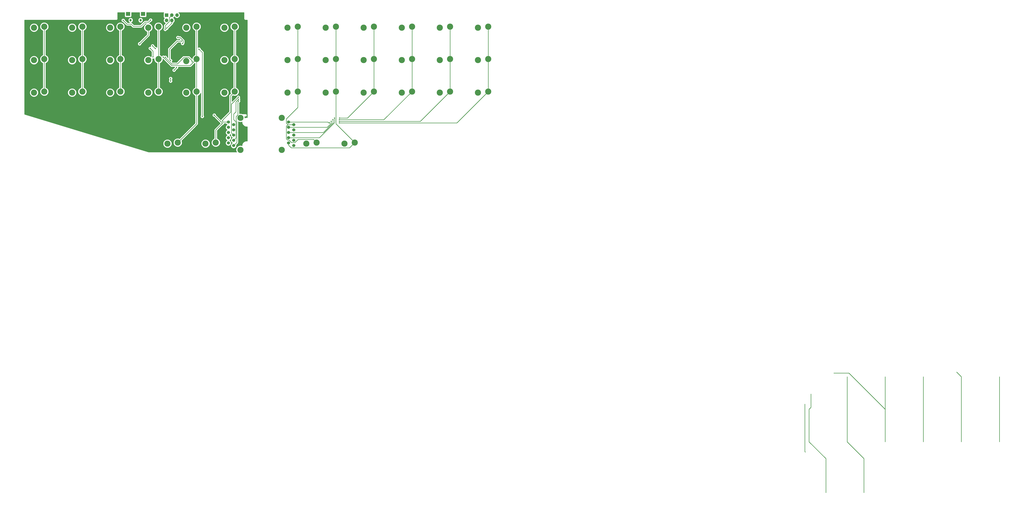
<source format=gtl>
G04 #@! TF.FileFunction,Copper,L1,Top,Signal*
%FSLAX46Y46*%
G04 Gerber Fmt 4.6, Leading zero omitted, Abs format (unit mm)*
G04 Created by KiCad (PCBNEW 4.0.5) date Saturday, July 01, 2017 'AMt' 12:52:34 AM*
%MOMM*%
%LPD*%
G01*
G04 APERTURE LIST*
%ADD10C,0.100000*%
%ADD11O,3.000000X3.000000*%
%ADD12C,3.000000*%
%ADD13C,1.524000*%
%ADD14R,1.727200X1.727200*%
%ADD15O,1.727200X1.727200*%
%ADD16O,1.050000X1.250000*%
%ADD17R,2.100000X1.900000*%
%ADD18C,0.600000*%
%ADD19C,0.250000*%
%ADD20C,0.254000*%
G04 APERTURE END LIST*
D10*
D11*
X79250000Y-18700000D03*
D12*
X84250000Y-17700000D03*
D13*
X131490000Y-59765000D03*
D12*
X125650000Y-61825000D03*
X125650000Y-46275000D03*
D13*
X128950000Y-58495000D03*
X131490000Y-57225000D03*
X131490000Y-54685000D03*
X131490000Y-52145000D03*
X131490000Y-49605000D03*
X128950000Y-55955000D03*
X128950000Y-53415000D03*
X128950000Y-50875000D03*
X128950000Y-48335000D03*
D12*
X128450000Y-2400000D03*
X133450000Y-1900000D03*
X97750000Y-18200000D03*
X102750000Y-17700000D03*
X79250000Y-2400000D03*
X84250000Y-1900000D03*
D13*
X99710000Y-48335000D03*
D12*
X105550000Y-46275000D03*
X105550000Y-61825000D03*
D13*
X102250000Y-49605000D03*
X99710000Y-50875000D03*
X99710000Y-53415000D03*
X99710000Y-55955000D03*
X99710000Y-58495000D03*
X102250000Y-52145000D03*
X102250000Y-54685000D03*
X102250000Y-57225000D03*
X102250000Y-59765000D03*
D12*
X70083330Y-58800000D03*
X75083330Y-58300000D03*
X42250000Y-2400000D03*
X47250000Y-1900000D03*
X97750000Y-2400000D03*
X102750000Y-1900000D03*
D14*
X69640000Y3710000D03*
D15*
X69640000Y1170000D03*
X72180000Y3710000D03*
X72180000Y1170000D03*
X74720000Y3710000D03*
X74720000Y1170000D03*
D12*
X5250000Y-2400000D03*
X10250000Y-1900000D03*
X156116667Y-58800000D03*
X161116667Y-58300000D03*
X137616667Y-58800000D03*
X142616667Y-58300000D03*
X88583330Y-58800000D03*
X93583330Y-58300000D03*
X220950000Y-34000000D03*
X225950000Y-33500000D03*
X202450000Y-34000000D03*
X207450000Y-33500000D03*
X183950000Y-34000000D03*
X188950000Y-33500000D03*
X165450000Y-34000000D03*
X170450000Y-33500000D03*
X146950000Y-34000000D03*
X151950000Y-33500000D03*
X128450000Y-34000000D03*
X133450000Y-33500000D03*
X97750000Y-34000000D03*
X102750000Y-33500000D03*
X79250000Y-34000000D03*
X84250000Y-33500000D03*
X60750000Y-34000000D03*
X65750000Y-33500000D03*
X42250000Y-34000000D03*
X47250000Y-33500000D03*
X23750000Y-34000000D03*
X28750000Y-33500000D03*
X5250000Y-34000000D03*
X10250000Y-33500000D03*
X220950000Y-18200000D03*
X225950000Y-17700000D03*
X202450000Y-18200000D03*
X207450000Y-17700000D03*
X183950000Y-18200000D03*
X188950000Y-17700000D03*
X165450000Y-18200000D03*
X170450000Y-17700000D03*
X146950000Y-18200000D03*
X151950000Y-17700000D03*
X128450000Y-18200000D03*
X133450000Y-17700000D03*
X60750000Y-18200000D03*
X65750000Y-17700000D03*
X42250000Y-18200000D03*
X47250000Y-17700000D03*
X23750000Y-18200000D03*
X28750000Y-17700000D03*
X5250000Y-18200000D03*
X10250000Y-17700000D03*
X220950000Y-2400000D03*
X225950000Y-1900000D03*
X202450000Y-2400000D03*
X207450000Y-1900000D03*
X183950000Y-2400000D03*
X188950000Y-1900000D03*
X165450000Y-2400000D03*
X170450000Y-1900000D03*
X146950000Y-2400000D03*
X151950000Y-1900000D03*
X60750000Y-2400000D03*
X65750000Y-1900000D03*
X23750000Y-2400000D03*
X28750000Y-1900000D03*
D16*
X52185000Y1250000D03*
X57035000Y1250000D03*
D17*
X50960000Y4250000D03*
X58260000Y4250000D03*
D18*
X93470000Y-800000D03*
X82450000Y-9200000D03*
X81800000Y-3300000D03*
X69100000Y-8020000D03*
X55570000Y-80000D03*
X68280000Y-10690000D03*
X69900000Y-21690000D03*
X62450000Y-8810000D03*
X76660000Y-2330000D03*
X81370000Y-11300000D03*
X64300000Y-3770000D03*
X51600000Y-2160000D03*
X48580000Y1160000D03*
X61880000Y1340000D03*
X62830000Y-11220000D03*
X64294250Y-12584250D03*
X75120000Y-7180000D03*
X77410000Y-10130000D03*
X61710000Y-12460000D03*
X63090000Y-16670000D03*
X92820000Y-44940000D03*
X56530000Y-10250000D03*
X71620000Y-28375070D03*
X71640000Y-27125050D03*
X71622702Y-18390000D03*
X76990000Y-8910000D03*
X85460000Y-12874936D03*
X87010000Y-45590000D03*
X68060000Y-16730000D03*
X96910000Y-47709990D03*
X96690000Y-49010000D03*
X69056949Y-16843051D03*
X82083051Y-18983051D03*
X151324990Y-46360000D03*
X153728553Y-46360502D03*
X150550000Y-47130000D03*
X153700000Y-47159994D03*
X149700000Y-47960000D03*
X153700000Y-47959997D03*
X148930000Y-48770000D03*
X153700000Y-48760000D03*
X104616949Y-38086949D03*
X104610000Y-37210000D03*
X104550000Y-36230000D03*
X69010000Y-3270000D03*
X69700000Y-2710000D03*
X73300359Y-23080000D03*
X74530000Y-21690000D03*
D19*
X380100000Y-208850000D02*
X379800001Y-208550001D01*
X379800001Y-208550001D02*
X379800001Y-185478763D01*
X390016667Y-211966667D02*
X390016667Y-228600000D01*
X382737001Y-187112999D02*
X382737001Y-180550000D01*
X381850000Y-188000000D02*
X382737001Y-187112999D01*
X381850000Y-203800000D02*
X381850000Y-188000000D01*
X390016667Y-211966667D02*
X381850000Y-203800000D01*
X408516667Y-211966667D02*
X408516667Y-228600000D01*
X400350000Y-188000000D02*
X400350000Y-172200000D01*
X400350000Y-203800000D02*
X400350000Y-188000000D01*
X408516667Y-211966667D02*
X400350000Y-203800000D01*
X418850000Y-188000000D02*
X401224999Y-170374999D01*
X401224999Y-170374999D02*
X393825001Y-170374999D01*
X418850000Y-188000000D02*
X418850000Y-172200000D01*
X418850000Y-203800000D02*
X418850000Y-188000000D01*
X437350000Y-172200000D02*
X437350000Y-174321320D01*
X437350000Y-174321320D02*
X437350000Y-188000000D01*
X437350000Y-203800000D02*
X437350000Y-201678680D01*
X437350000Y-201678680D02*
X437350000Y-188000000D01*
X455850000Y-172200000D02*
X453574990Y-169924990D01*
X455850000Y-188000000D02*
X455850000Y-185878680D01*
X455850000Y-185878680D02*
X455850000Y-172200000D01*
X455850000Y-203800000D02*
X455850000Y-188000000D01*
X474350000Y-188000000D02*
X474350000Y-172200000D01*
X474350000Y-203800000D02*
X474350000Y-201678680D01*
X474350000Y-201678680D02*
X474350000Y-188000000D01*
X55570000Y-80000D02*
X55570000Y344264D01*
X55570000Y344264D02*
X55930000Y704264D01*
X55270001Y219999D02*
X55270001Y800001D01*
X55570000Y-80000D02*
X55270001Y219999D01*
X55270001Y219999D02*
X54350001Y219999D01*
X55570000Y-660000D02*
X55360000Y-870000D01*
X55570000Y-504264D02*
X55570000Y-660000D01*
X55570000Y-504264D02*
X56515736Y-504264D01*
X55570000Y-504264D02*
X54604264Y-504264D01*
X55570000Y-80000D02*
X55570000Y-504264D01*
X55570000Y-504264D02*
X55995736Y-930000D01*
X55570000Y-80000D02*
X54480000Y-80000D01*
X55994264Y-80000D02*
X55570000Y-80000D01*
X57007095Y-80000D02*
X55994264Y-80000D01*
X67660000Y-10008293D02*
X67660000Y-10070000D01*
X67660000Y-10070000D02*
X68280000Y-10690000D01*
X67660000Y-10008293D02*
X66780578Y-9128871D01*
X66780578Y-9128871D02*
X66780578Y-5859422D01*
X76660000Y-2330000D02*
X73130578Y-5859422D01*
X73130578Y-5859422D02*
X66780578Y-5859422D01*
X52500000Y-710000D02*
X50450000Y-710000D01*
X50450000Y-710000D02*
X48580000Y1160000D01*
X53570000Y-1780000D02*
X52500000Y-710000D01*
X57160000Y-1780000D02*
X53570000Y-1780000D01*
X59240000Y300000D02*
X57160000Y-1780000D01*
X60840000Y300000D02*
X59240000Y300000D01*
X61880000Y1340000D02*
X60840000Y300000D01*
X64294250Y-12584250D02*
X64194250Y-12584250D01*
X64194250Y-12584250D02*
X62830000Y-11220000D01*
X77410000Y-10130000D02*
X77709999Y-9830001D01*
X77709999Y-9830001D02*
X77709999Y-8704997D01*
X77709999Y-8704997D02*
X76185002Y-7180000D01*
X76185002Y-7180000D02*
X75120000Y-7180000D01*
X63090000Y-16670000D02*
X63090000Y-13840000D01*
X63090000Y-13840000D02*
X61710000Y-12460000D01*
X92820000Y-44940000D02*
X96215000Y-48335000D01*
X96215000Y-48335000D02*
X99710000Y-48335000D01*
X56530000Y-10250000D02*
X60750000Y-6030000D01*
X60750000Y-6030000D02*
X60750000Y-2400000D01*
X71640000Y-27125050D02*
X71640000Y-28355070D01*
X71640000Y-28355070D02*
X71620000Y-28375070D01*
X76990000Y-8910000D02*
X74954998Y-8910000D01*
X74954998Y-8910000D02*
X70994999Y-12869999D01*
X70994999Y-12869999D02*
X70994999Y-17762297D01*
X70994999Y-17762297D02*
X71622702Y-18390000D01*
X131485000Y-54690000D02*
X131490000Y-54685000D01*
X87010000Y-45590000D02*
X87010000Y-14424936D01*
X87010000Y-14424936D02*
X85460000Y-12874936D01*
X10250000Y-17700000D02*
X10250000Y-19821320D01*
X10250000Y-19821320D02*
X10250000Y-33500000D01*
X10250000Y-1900000D02*
X10250000Y-17700000D01*
X28750000Y-17700000D02*
X28750000Y-1900000D01*
X28750000Y-33500000D02*
X28750000Y-31378680D01*
X28750000Y-31378680D02*
X28750000Y-17700000D01*
X47250000Y-17700000D02*
X47250000Y-19821320D01*
X47250000Y-19821320D02*
X47250000Y-33500000D01*
X47250000Y-1900000D02*
X47250000Y-17700000D01*
X65750000Y-1900000D02*
X65750000Y-4021320D01*
X65750000Y-4021320D02*
X65750000Y-17700000D01*
X65750000Y-33500000D02*
X65750000Y-17700000D01*
X84250000Y-17700000D02*
X81130000Y-20820000D01*
X81130000Y-20820000D02*
X72150000Y-20820000D01*
X72150000Y-20820000D02*
X68060000Y-16730000D01*
X75083330Y-58300000D02*
X84250000Y-49133330D01*
X84250000Y-49133330D02*
X84250000Y-33500000D01*
X84250000Y-17700000D02*
X84250000Y-19821320D01*
X84250000Y-19821320D02*
X84250000Y-33500000D01*
X84250000Y-1900000D02*
X84250000Y-17700000D01*
X74890000Y-20025001D02*
X72238899Y-20025001D01*
X82083051Y-18558787D02*
X80399263Y-16874999D01*
X80399263Y-16874999D02*
X78040002Y-16874999D01*
X82083051Y-18983051D02*
X82083051Y-18558787D01*
X78040002Y-16874999D02*
X74890000Y-20025001D01*
X96910000Y-47709990D02*
X96910000Y-47285726D01*
X96910000Y-47285726D02*
X100712989Y-43482737D01*
X100712989Y-43482737D02*
X100712989Y-35537011D01*
X100712989Y-35537011D02*
X101250001Y-34999999D01*
X101250001Y-34999999D02*
X102750000Y-33500000D01*
X93583330Y-58300000D02*
X93583330Y-52116670D01*
X93583330Y-52116670D02*
X96690000Y-49010000D01*
X72238899Y-20025001D02*
X69056949Y-16843051D01*
X102750000Y-1900000D02*
X102750000Y-17700000D01*
X102750000Y-33500000D02*
X102750000Y-31378680D01*
X102750000Y-31378680D02*
X102750000Y-17700000D01*
X133450000Y-33500000D02*
X133450000Y-41176002D01*
X133450000Y-41176002D02*
X127862999Y-46763003D01*
X127862999Y-46763003D02*
X127862999Y-48856761D01*
X127862999Y-48856761D02*
X128611238Y-49605000D01*
X128611238Y-49605000D02*
X130412370Y-49605000D01*
X130412370Y-49605000D02*
X131490000Y-49605000D01*
X142616667Y-58300000D02*
X141116668Y-56800001D01*
X127862999Y-56476761D02*
X127862999Y-50353239D01*
X127862999Y-50353239D02*
X128611238Y-49605000D01*
X141116668Y-56800001D02*
X133523761Y-56800001D01*
X133523761Y-56800001D02*
X132011761Y-58312001D01*
X129105763Y-57042001D02*
X128428239Y-57042001D01*
X128428239Y-57042001D02*
X127862999Y-56476761D01*
X132011761Y-58312001D02*
X130375763Y-58312001D01*
X130375763Y-58312001D02*
X129105763Y-57042001D01*
X133450000Y-17700000D02*
X133450000Y-19821320D01*
X133450000Y-19821320D02*
X133450000Y-33500000D01*
X133450000Y-1900000D02*
X133450000Y-4021320D01*
X133450000Y-4021320D02*
X133450000Y-17700000D01*
X151950000Y-33500000D02*
X151950000Y-49133333D01*
X151950000Y-49133333D02*
X161116667Y-58300000D01*
X161116667Y-58300000D02*
X158564666Y-60852001D01*
X128950000Y-59572630D02*
X128950000Y-58495000D01*
X158564666Y-60852001D02*
X130229371Y-60852001D01*
X130229371Y-60852001D02*
X128950000Y-59572630D01*
X151950000Y-17700000D02*
X151950000Y-33500000D01*
X151950000Y-1900000D02*
X151950000Y-4021320D01*
X151950000Y-4021320D02*
X151950000Y-17700000D01*
X151324990Y-46360000D02*
X151324990Y-48572832D01*
X151324990Y-48572832D02*
X143942822Y-55955000D01*
X143942822Y-55955000D02*
X130027630Y-55955000D01*
X130027630Y-55955000D02*
X128950000Y-55955000D01*
X170450000Y-33500000D02*
X157589498Y-46360502D01*
X157589498Y-46360502D02*
X153728553Y-46360502D01*
X170450000Y-17700000D02*
X170450000Y-33500000D01*
X170450000Y-1900000D02*
X170450000Y-17700000D01*
X150550000Y-47130000D02*
X150550000Y-48711412D01*
X145846412Y-53415000D02*
X130027630Y-53415000D01*
X150550000Y-48711412D02*
X145846412Y-53415000D01*
X130027630Y-53415000D02*
X128950000Y-53415000D01*
X188950000Y-33500000D02*
X175290006Y-47159994D01*
X175290006Y-47159994D02*
X153700000Y-47159994D01*
X188950000Y-17700000D02*
X188950000Y-33500000D01*
X188950000Y-1900000D02*
X188950000Y-4021320D01*
X188950000Y-4021320D02*
X188950000Y-17700000D01*
X149700000Y-47960000D02*
X149700000Y-48925002D01*
X149700000Y-48925002D02*
X147750002Y-50875000D01*
X130027630Y-50875000D02*
X128950000Y-50875000D01*
X147750002Y-50875000D02*
X130027630Y-50875000D01*
X207450000Y-33500000D02*
X192990003Y-47959997D01*
X192990003Y-47959997D02*
X153700000Y-47959997D01*
X207450000Y-17700000D02*
X207450000Y-19821320D01*
X207450000Y-19821320D02*
X207450000Y-33500000D01*
X207450000Y-1900000D02*
X207450000Y-4021320D01*
X207450000Y-4021320D02*
X207450000Y-17700000D01*
X148930000Y-48770000D02*
X148505736Y-48770000D01*
X148505736Y-48770000D02*
X148070736Y-48335000D01*
X148070736Y-48335000D02*
X130027630Y-48335000D01*
X130027630Y-48335000D02*
X128950000Y-48335000D01*
X225950000Y-33500000D02*
X210690000Y-48760000D01*
X210690000Y-48760000D02*
X203488998Y-48760000D01*
X203488998Y-48760000D02*
X153700000Y-48760000D01*
X225950000Y-17700000D02*
X225950000Y-33500000D01*
X225950000Y-1900000D02*
X225950000Y-17700000D01*
X104616949Y-38086949D02*
X104316950Y-38386948D01*
X103430000Y-45693998D02*
X103430000Y-47663590D01*
X103430000Y-47663590D02*
X103787011Y-48020601D01*
X104316950Y-38386948D02*
X104316950Y-44807048D01*
X104316950Y-44807048D02*
X103430000Y-45693998D01*
X103787011Y-48020601D02*
X103787011Y-58227989D01*
X103787011Y-58227989D02*
X103011999Y-59003001D01*
X103011999Y-59003001D02*
X102250000Y-59765000D01*
X102250000Y-57225000D02*
X103337001Y-56137999D01*
X103337001Y-38482999D02*
X104610000Y-37210000D01*
X103337001Y-56137999D02*
X103337001Y-48207001D01*
X103337001Y-48207001D02*
X102260000Y-47130000D01*
X103337001Y-43330000D02*
X103337001Y-38482999D01*
X102260000Y-47130000D02*
X102260000Y-44407001D01*
X102260000Y-44407001D02*
X103337001Y-43330000D01*
X104550000Y-36230000D02*
X101162999Y-39617001D01*
X101162999Y-39617001D02*
X101162999Y-53597999D01*
X101162999Y-53597999D02*
X101488001Y-53923001D01*
X101488001Y-53923001D02*
X102250000Y-54685000D01*
X72180000Y3710000D02*
X70991399Y2521399D01*
X70991399Y2521399D02*
X70991399Y599471D01*
X70991399Y599471D02*
X69010000Y-1381928D01*
X69010000Y-1381928D02*
X69010000Y-3270000D01*
X72180000Y1170000D02*
X72180000Y-230000D01*
X72180000Y-230000D02*
X69700000Y-2710000D01*
X74530000Y-21690000D02*
X74530000Y-21850359D01*
X74530000Y-21850359D02*
X73300359Y-23080000D01*
D20*
G36*
X49262560Y3300000D02*
X49306838Y3064683D01*
X49445910Y2848559D01*
X49658110Y2703569D01*
X49910000Y2652560D01*
X52010000Y2652560D01*
X52245317Y2696838D01*
X52461441Y2835910D01*
X52606431Y3048110D01*
X52657440Y3300000D01*
X52657440Y4990000D01*
X56562560Y4990000D01*
X56562560Y3300000D01*
X56606838Y3064683D01*
X56745910Y2848559D01*
X56958110Y2703569D01*
X57210000Y2652560D01*
X59310000Y2652560D01*
X59545317Y2696838D01*
X59761441Y2835910D01*
X59906431Y3048110D01*
X59957440Y3300000D01*
X59957440Y4990000D01*
X68292374Y4990000D01*
X68179969Y4825490D01*
X68128960Y4573600D01*
X68128960Y2846400D01*
X68173238Y2611083D01*
X68312310Y2394959D01*
X68524510Y2249969D01*
X68568345Y2241092D01*
X68255474Y1772848D01*
X68141400Y1199359D01*
X68141400Y1140641D01*
X68255474Y567152D01*
X68580330Y80971D01*
X69066511Y-243885D01*
X69072124Y-245002D01*
X68472599Y-844527D01*
X68307852Y-1091089D01*
X68250000Y-1381928D01*
X68250000Y-2707537D01*
X68217808Y-2739673D01*
X68075162Y-3083201D01*
X68074838Y-3455167D01*
X68216883Y-3798943D01*
X68479673Y-4062192D01*
X68823201Y-4204838D01*
X69195167Y-4205162D01*
X69538943Y-4063117D01*
X69802192Y-3800327D01*
X69866629Y-3645146D01*
X69885167Y-3645162D01*
X70228943Y-3503117D01*
X70492192Y-3240327D01*
X70634838Y-2896799D01*
X70634879Y-2849923D01*
X70661987Y-2822815D01*
X77114630Y-2822815D01*
X77438980Y-3607800D01*
X78039041Y-4208909D01*
X78823459Y-4534628D01*
X79672815Y-4535370D01*
X80457800Y-4211020D01*
X81058909Y-3610959D01*
X81384628Y-2826541D01*
X81385370Y-1977185D01*
X81061020Y-1192200D01*
X80460959Y-591091D01*
X79676541Y-265372D01*
X78827185Y-264630D01*
X78042200Y-588980D01*
X77441091Y-1189041D01*
X77115372Y-1973459D01*
X77114630Y-2822815D01*
X70661987Y-2822815D01*
X72717401Y-767401D01*
X72882148Y-520839D01*
X72940000Y-230000D01*
X72940000Y-119262D01*
X73239670Y80971D01*
X73564526Y567152D01*
X73678600Y1140641D01*
X73678600Y1199359D01*
X73564526Y1772848D01*
X73239670Y2259029D01*
X72968828Y2440000D01*
X73239670Y2620971D01*
X73450000Y2935752D01*
X73660330Y2620971D01*
X74146511Y2296115D01*
X74720000Y2182041D01*
X75293489Y2296115D01*
X75779670Y2620971D01*
X76104526Y3107152D01*
X76218600Y3680641D01*
X76218600Y3739359D01*
X76104526Y4312848D01*
X75779670Y4799029D01*
X75493862Y4990000D01*
X107290000Y4990000D01*
X107290000Y2000000D01*
X107344046Y1728295D01*
X107497954Y1497954D01*
X107728295Y1344046D01*
X108000000Y1290000D01*
X108873000Y1290000D01*
X108873000Y-46100238D01*
X108157381Y-46099613D01*
X107684983Y-46294804D01*
X107685370Y-45852185D01*
X107626620Y-45710000D01*
X108000000Y-45710000D01*
X108271705Y-45655954D01*
X108502046Y-45502046D01*
X108655954Y-45271705D01*
X108710000Y-45000000D01*
X108655954Y-44728295D01*
X108502046Y-44497954D01*
X108271705Y-44344046D01*
X108000000Y-44290000D01*
X106336885Y-44290000D01*
X105976541Y-44140372D01*
X105127185Y-44139630D01*
X105076950Y-44160387D01*
X105076950Y-38908552D01*
X105145892Y-38880066D01*
X105409141Y-38617276D01*
X105551787Y-38273748D01*
X105552111Y-37901782D01*
X105443898Y-37639887D01*
X105544838Y-37396799D01*
X105545162Y-37024833D01*
X105403117Y-36681057D01*
X105383336Y-36661242D01*
X105484838Y-36416799D01*
X105485162Y-36044833D01*
X105343117Y-35701057D01*
X105080327Y-35437808D01*
X104736799Y-35295162D01*
X104364833Y-35294838D01*
X104021057Y-35436883D01*
X103757808Y-35699673D01*
X103615162Y-36043201D01*
X103615121Y-36090077D01*
X101472989Y-38232209D01*
X101472989Y-35851813D01*
X101875983Y-35448819D01*
X102323459Y-35634628D01*
X103172815Y-35635370D01*
X103957800Y-35311020D01*
X104558909Y-34710959D01*
X104884628Y-33926541D01*
X104885370Y-33077185D01*
X104561020Y-32292200D01*
X103960959Y-31691091D01*
X103510000Y-31503836D01*
X103510000Y-19696048D01*
X103957800Y-19511020D01*
X104558909Y-18910959D01*
X104884628Y-18126541D01*
X104885370Y-17277185D01*
X104561020Y-16492200D01*
X103960959Y-15891091D01*
X103510000Y-15703836D01*
X103510000Y-3896048D01*
X103957800Y-3711020D01*
X104558909Y-3110959D01*
X104884628Y-2326541D01*
X104885370Y-1477185D01*
X104561020Y-692200D01*
X103960959Y-91091D01*
X103176541Y234628D01*
X102327185Y235370D01*
X101542200Y-88980D01*
X100941091Y-689041D01*
X100615372Y-1473459D01*
X100614630Y-2322815D01*
X100938980Y-3107800D01*
X101539041Y-3708909D01*
X101990000Y-3896164D01*
X101990000Y-15703952D01*
X101542200Y-15888980D01*
X100941091Y-16489041D01*
X100615372Y-17273459D01*
X100614630Y-18122815D01*
X100938980Y-18907800D01*
X101539041Y-19508909D01*
X101990000Y-19696164D01*
X101990000Y-31503952D01*
X101542200Y-31688980D01*
X100941091Y-32289041D01*
X100615372Y-33073459D01*
X100614630Y-33922815D01*
X100801098Y-34374100D01*
X100175588Y-34999610D01*
X100010841Y-35246172D01*
X99952989Y-35537011D01*
X99952989Y-43167935D01*
X96372599Y-46748325D01*
X96207852Y-46994887D01*
X96184301Y-47113286D01*
X96126144Y-47171342D01*
X93755122Y-44800320D01*
X93755162Y-44754833D01*
X93613117Y-44411057D01*
X93350327Y-44147808D01*
X93006799Y-44005162D01*
X92634833Y-44004838D01*
X92291057Y-44146883D01*
X92027808Y-44409673D01*
X91885162Y-44753201D01*
X91884838Y-45125167D01*
X92026883Y-45468943D01*
X92289673Y-45732192D01*
X92633201Y-45874838D01*
X92680077Y-45874879D01*
X95677599Y-48872401D01*
X95722677Y-48902521D01*
X93045929Y-51579269D01*
X92881182Y-51825831D01*
X92823330Y-52116670D01*
X92823330Y-56303952D01*
X92375530Y-56488980D01*
X91774421Y-57089041D01*
X91448702Y-57873459D01*
X91447960Y-58722815D01*
X91772310Y-59507800D01*
X92372371Y-60108909D01*
X93156789Y-60434628D01*
X94006145Y-60435370D01*
X94791130Y-60111020D01*
X95392239Y-59510959D01*
X95717958Y-58726541D01*
X95718700Y-57877185D01*
X95394350Y-57092200D01*
X94794289Y-56491091D01*
X94343330Y-56303836D01*
X94343330Y-52431472D01*
X96829680Y-49945122D01*
X96875167Y-49945162D01*
X97218943Y-49803117D01*
X97482192Y-49540327D01*
X97624838Y-49196799D01*
X97624927Y-49095000D01*
X98512469Y-49095000D01*
X98524990Y-49125303D01*
X98917630Y-49518629D01*
X99125512Y-49604949D01*
X98919697Y-49689990D01*
X98526371Y-50082630D01*
X98313243Y-50595900D01*
X98312758Y-51151661D01*
X98524990Y-51665303D01*
X98917630Y-52058629D01*
X99125512Y-52144949D01*
X98919697Y-52229990D01*
X98526371Y-52622630D01*
X98313243Y-53135900D01*
X98312758Y-53691661D01*
X98524990Y-54205303D01*
X98917630Y-54598629D01*
X99125512Y-54684949D01*
X98919697Y-54769990D01*
X98526371Y-55162630D01*
X98313243Y-55675900D01*
X98312758Y-56231661D01*
X98524990Y-56745303D01*
X98917630Y-57138629D01*
X99125512Y-57224949D01*
X98919697Y-57309990D01*
X98526371Y-57702630D01*
X98313243Y-58215900D01*
X98312758Y-58771661D01*
X98524990Y-59285303D01*
X98917630Y-59678629D01*
X99430900Y-59891757D01*
X99986661Y-59892242D01*
X100500303Y-59680010D01*
X100893629Y-59287370D01*
X101106757Y-58774100D01*
X101107242Y-58218339D01*
X100895010Y-57704697D01*
X100502370Y-57311371D01*
X100294488Y-57225051D01*
X100500303Y-57140010D01*
X100893629Y-56747370D01*
X101106757Y-56234100D01*
X101107242Y-55678339D01*
X100895010Y-55164697D01*
X100502370Y-54771371D01*
X100294488Y-54685051D01*
X100500303Y-54600010D01*
X100795513Y-54305315D01*
X100865817Y-54375619D01*
X100853243Y-54405900D01*
X100852758Y-54961661D01*
X101064990Y-55475303D01*
X101457630Y-55868629D01*
X101665512Y-55954949D01*
X101459697Y-56039990D01*
X101066371Y-56432630D01*
X100853243Y-56945900D01*
X100852758Y-57501661D01*
X101064990Y-58015303D01*
X101457630Y-58408629D01*
X101665512Y-58494949D01*
X101459697Y-58579990D01*
X101066371Y-58972630D01*
X100853243Y-59485900D01*
X100852758Y-60041661D01*
X101064990Y-60555303D01*
X101457630Y-60948629D01*
X101970900Y-61161757D01*
X102526661Y-61162242D01*
X103040303Y-60950010D01*
X103433629Y-60557370D01*
X103646757Y-60044100D01*
X103647242Y-59488339D01*
X103633857Y-59455945D01*
X104324412Y-58765390D01*
X104489159Y-58518829D01*
X104511079Y-58408629D01*
X104547011Y-58227989D01*
X104547011Y-48170266D01*
X105123459Y-48409628D01*
X105972815Y-48410370D01*
X106365075Y-48248291D01*
X106364613Y-48777619D01*
X106704155Y-49599372D01*
X107332321Y-50228636D01*
X108153481Y-50569611D01*
X108873000Y-50570239D01*
X108873000Y-57530238D01*
X108157381Y-57529613D01*
X107335628Y-57869155D01*
X106706364Y-58497321D01*
X106365389Y-59318481D01*
X106364924Y-59851643D01*
X105976541Y-59690372D01*
X105127185Y-59689630D01*
X104342200Y-60013980D01*
X103741091Y-60614041D01*
X103415372Y-61398459D01*
X103414630Y-62247815D01*
X103672952Y-62873000D01*
X60965308Y-62873000D01*
X49010952Y-59222815D01*
X67947960Y-59222815D01*
X68272310Y-60007800D01*
X68872371Y-60608909D01*
X69656789Y-60934628D01*
X70506145Y-60935370D01*
X71291130Y-60611020D01*
X71892239Y-60010959D01*
X72217958Y-59226541D01*
X72218700Y-58377185D01*
X71894350Y-57592200D01*
X71294289Y-56991091D01*
X70509871Y-56665372D01*
X69660515Y-56664630D01*
X68875530Y-56988980D01*
X68274421Y-57589041D01*
X67948702Y-58373459D01*
X67947960Y-59222815D01*
X49010952Y-59222815D01*
X710000Y-44474433D01*
X710000Y-34422815D01*
X3114630Y-34422815D01*
X3438980Y-35207800D01*
X4039041Y-35808909D01*
X4823459Y-36134628D01*
X5672815Y-36135370D01*
X6457800Y-35811020D01*
X7058909Y-35210959D01*
X7384628Y-34426541D01*
X7385370Y-33577185D01*
X7061020Y-32792200D01*
X6460959Y-32191091D01*
X5676541Y-31865372D01*
X4827185Y-31864630D01*
X4042200Y-32188980D01*
X3441091Y-32789041D01*
X3115372Y-33573459D01*
X3114630Y-34422815D01*
X710000Y-34422815D01*
X710000Y-18622815D01*
X3114630Y-18622815D01*
X3438980Y-19407800D01*
X4039041Y-20008909D01*
X4823459Y-20334628D01*
X5672815Y-20335370D01*
X6457800Y-20011020D01*
X7058909Y-19410959D01*
X7384628Y-18626541D01*
X7385370Y-17777185D01*
X7061020Y-16992200D01*
X6460959Y-16391091D01*
X5676541Y-16065372D01*
X4827185Y-16064630D01*
X4042200Y-16388980D01*
X3441091Y-16989041D01*
X3115372Y-17773459D01*
X3114630Y-18622815D01*
X710000Y-18622815D01*
X710000Y-2822815D01*
X3114630Y-2822815D01*
X3438980Y-3607800D01*
X4039041Y-4208909D01*
X4823459Y-4534628D01*
X5672815Y-4535370D01*
X6457800Y-4211020D01*
X7058909Y-3610959D01*
X7384628Y-2826541D01*
X7385068Y-2322815D01*
X8114630Y-2322815D01*
X8438980Y-3107800D01*
X9039041Y-3708909D01*
X9490000Y-3896164D01*
X9490000Y-15703952D01*
X9042200Y-15888980D01*
X8441091Y-16489041D01*
X8115372Y-17273459D01*
X8114630Y-18122815D01*
X8438980Y-18907800D01*
X9039041Y-19508909D01*
X9490000Y-19696164D01*
X9490000Y-31503952D01*
X9042200Y-31688980D01*
X8441091Y-32289041D01*
X8115372Y-33073459D01*
X8114630Y-33922815D01*
X8438980Y-34707800D01*
X9039041Y-35308909D01*
X9823459Y-35634628D01*
X10672815Y-35635370D01*
X11457800Y-35311020D01*
X12058909Y-34710959D01*
X12178556Y-34422815D01*
X21614630Y-34422815D01*
X21938980Y-35207800D01*
X22539041Y-35808909D01*
X23323459Y-36134628D01*
X24172815Y-36135370D01*
X24957800Y-35811020D01*
X25558909Y-35210959D01*
X25884628Y-34426541D01*
X25885370Y-33577185D01*
X25561020Y-32792200D01*
X24960959Y-32191091D01*
X24176541Y-31865372D01*
X23327185Y-31864630D01*
X22542200Y-32188980D01*
X21941091Y-32789041D01*
X21615372Y-33573459D01*
X21614630Y-34422815D01*
X12178556Y-34422815D01*
X12384628Y-33926541D01*
X12385370Y-33077185D01*
X12061020Y-32292200D01*
X11460959Y-31691091D01*
X11010000Y-31503836D01*
X11010000Y-19696048D01*
X11457800Y-19511020D01*
X12058909Y-18910959D01*
X12178556Y-18622815D01*
X21614630Y-18622815D01*
X21938980Y-19407800D01*
X22539041Y-20008909D01*
X23323459Y-20334628D01*
X24172815Y-20335370D01*
X24957800Y-20011020D01*
X25558909Y-19410959D01*
X25884628Y-18626541D01*
X25885370Y-17777185D01*
X25561020Y-16992200D01*
X24960959Y-16391091D01*
X24176541Y-16065372D01*
X23327185Y-16064630D01*
X22542200Y-16388980D01*
X21941091Y-16989041D01*
X21615372Y-17773459D01*
X21614630Y-18622815D01*
X12178556Y-18622815D01*
X12384628Y-18126541D01*
X12385370Y-17277185D01*
X12061020Y-16492200D01*
X11460959Y-15891091D01*
X11010000Y-15703836D01*
X11010000Y-3896048D01*
X11457800Y-3711020D01*
X12058909Y-3110959D01*
X12178556Y-2822815D01*
X21614630Y-2822815D01*
X21938980Y-3607800D01*
X22539041Y-4208909D01*
X23323459Y-4534628D01*
X24172815Y-4535370D01*
X24957800Y-4211020D01*
X25558909Y-3610959D01*
X25884628Y-2826541D01*
X25885068Y-2322815D01*
X26614630Y-2322815D01*
X26938980Y-3107800D01*
X27539041Y-3708909D01*
X27990000Y-3896164D01*
X27990000Y-15703952D01*
X27542200Y-15888980D01*
X26941091Y-16489041D01*
X26615372Y-17273459D01*
X26614630Y-18122815D01*
X26938980Y-18907800D01*
X27539041Y-19508909D01*
X27990000Y-19696164D01*
X27990000Y-31503952D01*
X27542200Y-31688980D01*
X26941091Y-32289041D01*
X26615372Y-33073459D01*
X26614630Y-33922815D01*
X26938980Y-34707800D01*
X27539041Y-35308909D01*
X28323459Y-35634628D01*
X29172815Y-35635370D01*
X29957800Y-35311020D01*
X30558909Y-34710959D01*
X30678556Y-34422815D01*
X40114630Y-34422815D01*
X40438980Y-35207800D01*
X41039041Y-35808909D01*
X41823459Y-36134628D01*
X42672815Y-36135370D01*
X43457800Y-35811020D01*
X44058909Y-35210959D01*
X44384628Y-34426541D01*
X44385370Y-33577185D01*
X44061020Y-32792200D01*
X43460959Y-32191091D01*
X42676541Y-31865372D01*
X41827185Y-31864630D01*
X41042200Y-32188980D01*
X40441091Y-32789041D01*
X40115372Y-33573459D01*
X40114630Y-34422815D01*
X30678556Y-34422815D01*
X30884628Y-33926541D01*
X30885370Y-33077185D01*
X30561020Y-32292200D01*
X29960959Y-31691091D01*
X29510000Y-31503836D01*
X29510000Y-19696048D01*
X29957800Y-19511020D01*
X30558909Y-18910959D01*
X30678556Y-18622815D01*
X40114630Y-18622815D01*
X40438980Y-19407800D01*
X41039041Y-20008909D01*
X41823459Y-20334628D01*
X42672815Y-20335370D01*
X43457800Y-20011020D01*
X44058909Y-19410959D01*
X44384628Y-18626541D01*
X44385370Y-17777185D01*
X44061020Y-16992200D01*
X43460959Y-16391091D01*
X42676541Y-16065372D01*
X41827185Y-16064630D01*
X41042200Y-16388980D01*
X40441091Y-16989041D01*
X40115372Y-17773459D01*
X40114630Y-18622815D01*
X30678556Y-18622815D01*
X30884628Y-18126541D01*
X30885370Y-17277185D01*
X30561020Y-16492200D01*
X29960959Y-15891091D01*
X29510000Y-15703836D01*
X29510000Y-3896048D01*
X29957800Y-3711020D01*
X30558909Y-3110959D01*
X30678556Y-2822815D01*
X40114630Y-2822815D01*
X40438980Y-3607800D01*
X41039041Y-4208909D01*
X41823459Y-4534628D01*
X42672815Y-4535370D01*
X43457800Y-4211020D01*
X44058909Y-3610959D01*
X44384628Y-2826541D01*
X44385068Y-2322815D01*
X45114630Y-2322815D01*
X45438980Y-3107800D01*
X46039041Y-3708909D01*
X46490000Y-3896164D01*
X46490000Y-15703952D01*
X46042200Y-15888980D01*
X45441091Y-16489041D01*
X45115372Y-17273459D01*
X45114630Y-18122815D01*
X45438980Y-18907800D01*
X46039041Y-19508909D01*
X46490000Y-19696164D01*
X46490000Y-31503952D01*
X46042200Y-31688980D01*
X45441091Y-32289041D01*
X45115372Y-33073459D01*
X45114630Y-33922815D01*
X45438980Y-34707800D01*
X46039041Y-35308909D01*
X46823459Y-35634628D01*
X47672815Y-35635370D01*
X48457800Y-35311020D01*
X49058909Y-34710959D01*
X49178556Y-34422815D01*
X58614630Y-34422815D01*
X58938980Y-35207800D01*
X59539041Y-35808909D01*
X60323459Y-36134628D01*
X61172815Y-36135370D01*
X61957800Y-35811020D01*
X62558909Y-35210959D01*
X62884628Y-34426541D01*
X62885370Y-33577185D01*
X62561020Y-32792200D01*
X61960959Y-32191091D01*
X61176541Y-31865372D01*
X60327185Y-31864630D01*
X59542200Y-32188980D01*
X58941091Y-32789041D01*
X58615372Y-33573459D01*
X58614630Y-34422815D01*
X49178556Y-34422815D01*
X49384628Y-33926541D01*
X49385370Y-33077185D01*
X49061020Y-32292200D01*
X48460959Y-31691091D01*
X48010000Y-31503836D01*
X48010000Y-19696048D01*
X48457800Y-19511020D01*
X49058909Y-18910959D01*
X49178556Y-18622815D01*
X58614630Y-18622815D01*
X58938980Y-19407800D01*
X59539041Y-20008909D01*
X60323459Y-20334628D01*
X61172815Y-20335370D01*
X61957800Y-20011020D01*
X62558909Y-19410959D01*
X62884628Y-18626541D01*
X62885370Y-17777185D01*
X62795716Y-17560206D01*
X62903201Y-17604838D01*
X63275167Y-17605162D01*
X63615205Y-17464662D01*
X63614630Y-18122815D01*
X63938980Y-18907800D01*
X64539041Y-19508909D01*
X64990000Y-19696164D01*
X64990000Y-31503952D01*
X64542200Y-31688980D01*
X63941091Y-32289041D01*
X63615372Y-33073459D01*
X63614630Y-33922815D01*
X63938980Y-34707800D01*
X64539041Y-35308909D01*
X65323459Y-35634628D01*
X66172815Y-35635370D01*
X66957800Y-35311020D01*
X67558909Y-34710959D01*
X67678556Y-34422815D01*
X77114630Y-34422815D01*
X77438980Y-35207800D01*
X78039041Y-35808909D01*
X78823459Y-36134628D01*
X79672815Y-36135370D01*
X80457800Y-35811020D01*
X81058909Y-35210959D01*
X81384628Y-34426541D01*
X81385370Y-33577185D01*
X81061020Y-32792200D01*
X80460959Y-32191091D01*
X79676541Y-31865372D01*
X78827185Y-31864630D01*
X78042200Y-32188980D01*
X77441091Y-32789041D01*
X77115372Y-33573459D01*
X77114630Y-34422815D01*
X67678556Y-34422815D01*
X67884628Y-33926541D01*
X67885370Y-33077185D01*
X67561020Y-32292200D01*
X66960959Y-31691091D01*
X66510000Y-31503836D01*
X66510000Y-28560237D01*
X70684838Y-28560237D01*
X70826883Y-28904013D01*
X71089673Y-29167262D01*
X71433201Y-29309908D01*
X71805167Y-29310232D01*
X72148943Y-29168187D01*
X72412192Y-28905397D01*
X72554838Y-28561869D01*
X72555162Y-28189903D01*
X72413117Y-27846127D01*
X72400000Y-27832987D01*
X72400000Y-27687513D01*
X72432192Y-27655377D01*
X72574838Y-27311849D01*
X72575162Y-26939883D01*
X72433117Y-26596107D01*
X72170327Y-26332858D01*
X71826799Y-26190212D01*
X71454833Y-26189888D01*
X71111057Y-26331933D01*
X70847808Y-26594723D01*
X70705162Y-26938251D01*
X70704838Y-27310217D01*
X70846883Y-27653993D01*
X70880000Y-27687168D01*
X70880000Y-27792642D01*
X70827808Y-27844743D01*
X70685162Y-28188271D01*
X70684838Y-28560237D01*
X66510000Y-28560237D01*
X66510000Y-19696048D01*
X66957800Y-19511020D01*
X67558909Y-18910959D01*
X67884628Y-18126541D01*
X67885031Y-17664848D01*
X67920077Y-17664879D01*
X71612599Y-21357401D01*
X71859160Y-21522148D01*
X71907414Y-21531746D01*
X72150000Y-21580000D01*
X73595095Y-21580000D01*
X73594981Y-21710576D01*
X73160679Y-22144878D01*
X73115192Y-22144838D01*
X72771416Y-22286883D01*
X72508167Y-22549673D01*
X72365521Y-22893201D01*
X72365197Y-23265167D01*
X72507242Y-23608943D01*
X72770032Y-23872192D01*
X73113560Y-24014838D01*
X73485526Y-24015162D01*
X73829302Y-23873117D01*
X74092551Y-23610327D01*
X74235197Y-23266799D01*
X74235238Y-23219923D01*
X74910856Y-22544305D01*
X75058943Y-22483117D01*
X75322192Y-22220327D01*
X75464838Y-21876799D01*
X75465097Y-21580000D01*
X81130000Y-21580000D01*
X81420839Y-21522148D01*
X81667401Y-21357401D01*
X83375983Y-19648819D01*
X83490000Y-19696164D01*
X83490000Y-31503952D01*
X83042200Y-31688980D01*
X82441091Y-32289041D01*
X82115372Y-33073459D01*
X82114630Y-33922815D01*
X82438980Y-34707800D01*
X83039041Y-35308909D01*
X83490000Y-35496164D01*
X83490000Y-48818528D01*
X75957347Y-56351181D01*
X75509871Y-56165372D01*
X74660515Y-56164630D01*
X73875530Y-56488980D01*
X73274421Y-57089041D01*
X72948702Y-57873459D01*
X72947960Y-58722815D01*
X73272310Y-59507800D01*
X73872371Y-60108909D01*
X74656789Y-60434628D01*
X75506145Y-60435370D01*
X76291130Y-60111020D01*
X76892239Y-59510959D01*
X77011886Y-59222815D01*
X86447960Y-59222815D01*
X86772310Y-60007800D01*
X87372371Y-60608909D01*
X88156789Y-60934628D01*
X89006145Y-60935370D01*
X89791130Y-60611020D01*
X90392239Y-60010959D01*
X90717958Y-59226541D01*
X90718700Y-58377185D01*
X90394350Y-57592200D01*
X89794289Y-56991091D01*
X89009871Y-56665372D01*
X88160515Y-56664630D01*
X87375530Y-56988980D01*
X86774421Y-57589041D01*
X86448702Y-58373459D01*
X86447960Y-59222815D01*
X77011886Y-59222815D01*
X77217958Y-58726541D01*
X77218700Y-57877185D01*
X77032232Y-57425900D01*
X84787401Y-49670731D01*
X84952148Y-49424169D01*
X85010000Y-49133330D01*
X85010000Y-35496048D01*
X85457800Y-35311020D01*
X86058909Y-34710959D01*
X86250000Y-34250761D01*
X86250000Y-45027537D01*
X86217808Y-45059673D01*
X86075162Y-45403201D01*
X86074838Y-45775167D01*
X86216883Y-46118943D01*
X86479673Y-46382192D01*
X86823201Y-46524838D01*
X87195167Y-46525162D01*
X87538943Y-46383117D01*
X87802192Y-46120327D01*
X87944838Y-45776799D01*
X87945162Y-45404833D01*
X87803117Y-45061057D01*
X87770000Y-45027882D01*
X87770000Y-34422815D01*
X95614630Y-34422815D01*
X95938980Y-35207800D01*
X96539041Y-35808909D01*
X97323459Y-36134628D01*
X98172815Y-36135370D01*
X98957800Y-35811020D01*
X99558909Y-35210959D01*
X99884628Y-34426541D01*
X99885370Y-33577185D01*
X99561020Y-32792200D01*
X98960959Y-32191091D01*
X98176541Y-31865372D01*
X97327185Y-31864630D01*
X96542200Y-32188980D01*
X95941091Y-32789041D01*
X95615372Y-33573459D01*
X95614630Y-34422815D01*
X87770000Y-34422815D01*
X87770000Y-18622815D01*
X95614630Y-18622815D01*
X95938980Y-19407800D01*
X96539041Y-20008909D01*
X97323459Y-20334628D01*
X98172815Y-20335370D01*
X98957800Y-20011020D01*
X99558909Y-19410959D01*
X99884628Y-18626541D01*
X99885370Y-17777185D01*
X99561020Y-16992200D01*
X98960959Y-16391091D01*
X98176541Y-16065372D01*
X97327185Y-16064630D01*
X96542200Y-16388980D01*
X95941091Y-16989041D01*
X95615372Y-17773459D01*
X95614630Y-18622815D01*
X87770000Y-18622815D01*
X87770000Y-14424936D01*
X87712148Y-14134097D01*
X87547401Y-13887535D01*
X86395122Y-12735256D01*
X86395162Y-12689769D01*
X86253117Y-12345993D01*
X85990327Y-12082744D01*
X85646799Y-11940098D01*
X85274833Y-11939774D01*
X85010000Y-12049200D01*
X85010000Y-3896048D01*
X85457800Y-3711020D01*
X86058909Y-3110959D01*
X86178556Y-2822815D01*
X95614630Y-2822815D01*
X95938980Y-3607800D01*
X96539041Y-4208909D01*
X97323459Y-4534628D01*
X98172815Y-4535370D01*
X98957800Y-4211020D01*
X99558909Y-3610959D01*
X99884628Y-2826541D01*
X99885370Y-1977185D01*
X99561020Y-1192200D01*
X98960959Y-591091D01*
X98176541Y-265372D01*
X97327185Y-264630D01*
X96542200Y-588980D01*
X95941091Y-1189041D01*
X95615372Y-1973459D01*
X95614630Y-2822815D01*
X86178556Y-2822815D01*
X86384628Y-2326541D01*
X86385370Y-1477185D01*
X86061020Y-692200D01*
X85460959Y-91091D01*
X84676541Y234628D01*
X83827185Y235370D01*
X83042200Y-88980D01*
X82441091Y-689041D01*
X82115372Y-1473459D01*
X82114630Y-2322815D01*
X82438980Y-3107800D01*
X83039041Y-3708909D01*
X83490000Y-3896164D01*
X83490000Y-15703952D01*
X83042200Y-15888980D01*
X82441091Y-16489041D01*
X82115372Y-17273459D01*
X82115160Y-17516094D01*
X80936664Y-16337598D01*
X80690102Y-16172851D01*
X80399263Y-16114999D01*
X78040002Y-16114999D01*
X77749163Y-16172851D01*
X77502601Y-16337598D01*
X74575198Y-19265001D01*
X72553701Y-19265001D01*
X72311871Y-19023171D01*
X72414894Y-18920327D01*
X72557540Y-18576799D01*
X72557864Y-18204833D01*
X72415819Y-17861057D01*
X72153029Y-17597808D01*
X71809501Y-17455162D01*
X71762625Y-17455121D01*
X71754999Y-17447495D01*
X71754999Y-13184801D01*
X75269800Y-9670000D01*
X76427537Y-9670000D01*
X76459673Y-9702192D01*
X76558243Y-9743122D01*
X76475162Y-9943201D01*
X76474838Y-10315167D01*
X76616883Y-10658943D01*
X76879673Y-10922192D01*
X77223201Y-11064838D01*
X77595167Y-11065162D01*
X77938943Y-10923117D01*
X78202192Y-10660327D01*
X78344838Y-10316799D01*
X78344921Y-10221451D01*
X78412147Y-10120840D01*
X78469999Y-9830001D01*
X78469999Y-8704997D01*
X78412147Y-8414158D01*
X78412147Y-8414157D01*
X78247400Y-8167596D01*
X76722403Y-6642599D01*
X76475841Y-6477852D01*
X76185002Y-6420000D01*
X75682463Y-6420000D01*
X75650327Y-6387808D01*
X75306799Y-6245162D01*
X74934833Y-6244838D01*
X74591057Y-6386883D01*
X74327808Y-6649673D01*
X74185162Y-6993201D01*
X74184838Y-7365167D01*
X74326883Y-7708943D01*
X74589673Y-7972192D01*
X74933201Y-8114838D01*
X75305167Y-8115162D01*
X75648943Y-7973117D01*
X75682118Y-7940000D01*
X75870200Y-7940000D01*
X76080200Y-8150000D01*
X74954998Y-8150000D01*
X74664158Y-8207852D01*
X74417597Y-8372599D01*
X70457598Y-12332598D01*
X70292851Y-12579160D01*
X70234999Y-12869999D01*
X70234999Y-16946299D01*
X69992071Y-16703371D01*
X69992111Y-16657884D01*
X69850066Y-16314108D01*
X69587276Y-16050859D01*
X69243748Y-15908213D01*
X68871782Y-15907889D01*
X68651373Y-15998960D01*
X68590327Y-15937808D01*
X68246799Y-15795162D01*
X67874833Y-15794838D01*
X67531057Y-15936883D01*
X67268407Y-16199075D01*
X66960959Y-15891091D01*
X66510000Y-15703836D01*
X66510000Y-3896048D01*
X66957800Y-3711020D01*
X67558909Y-3110959D01*
X67884628Y-2326541D01*
X67885370Y-1477185D01*
X67561020Y-692200D01*
X66960959Y-91091D01*
X66176541Y234628D01*
X65327185Y235370D01*
X64542200Y-88980D01*
X63941091Y-689041D01*
X63615372Y-1473459D01*
X63614630Y-2322815D01*
X63938980Y-3107800D01*
X64539041Y-3708909D01*
X64990000Y-3896164D01*
X64990000Y-11957770D01*
X64824577Y-11792058D01*
X64481049Y-11649412D01*
X64334086Y-11649284D01*
X63765122Y-11080320D01*
X63765162Y-11034833D01*
X63623117Y-10691057D01*
X63360327Y-10427808D01*
X63016799Y-10285162D01*
X62644833Y-10284838D01*
X62301057Y-10426883D01*
X62037808Y-10689673D01*
X61895162Y-11033201D01*
X61894838Y-11405167D01*
X61954281Y-11549031D01*
X61896799Y-11525162D01*
X61524833Y-11524838D01*
X61181057Y-11666883D01*
X60917808Y-11929673D01*
X60775162Y-12273201D01*
X60774838Y-12645167D01*
X60916883Y-12988943D01*
X61179673Y-13252192D01*
X61523201Y-13394838D01*
X61570077Y-13394879D01*
X62330000Y-14154802D01*
X62330000Y-16107537D01*
X62297808Y-16139673D01*
X62155162Y-16483201D01*
X62155073Y-16585544D01*
X61960959Y-16391091D01*
X61176541Y-16065372D01*
X60327185Y-16064630D01*
X59542200Y-16388980D01*
X58941091Y-16989041D01*
X58615372Y-17773459D01*
X58614630Y-18622815D01*
X49178556Y-18622815D01*
X49384628Y-18126541D01*
X49385370Y-17277185D01*
X49061020Y-16492200D01*
X48460959Y-15891091D01*
X48010000Y-15703836D01*
X48010000Y-3896048D01*
X48457800Y-3711020D01*
X49058909Y-3110959D01*
X49384628Y-2326541D01*
X49385370Y-1477185D01*
X49061020Y-692200D01*
X48460959Y-91091D01*
X47676541Y234628D01*
X46827185Y235370D01*
X46042200Y-88980D01*
X45441091Y-689041D01*
X45115372Y-1473459D01*
X45114630Y-2322815D01*
X44385068Y-2322815D01*
X44385370Y-1977185D01*
X44061020Y-1192200D01*
X43460959Y-591091D01*
X42676541Y-265372D01*
X41827185Y-264630D01*
X41042200Y-588980D01*
X40441091Y-1189041D01*
X40115372Y-1973459D01*
X40114630Y-2822815D01*
X30678556Y-2822815D01*
X30884628Y-2326541D01*
X30885370Y-1477185D01*
X30561020Y-692200D01*
X29960959Y-91091D01*
X29176541Y234628D01*
X28327185Y235370D01*
X27542200Y-88980D01*
X26941091Y-689041D01*
X26615372Y-1473459D01*
X26614630Y-2322815D01*
X25885068Y-2322815D01*
X25885370Y-1977185D01*
X25561020Y-1192200D01*
X24960959Y-591091D01*
X24176541Y-265372D01*
X23327185Y-264630D01*
X22542200Y-588980D01*
X21941091Y-1189041D01*
X21615372Y-1973459D01*
X21614630Y-2822815D01*
X12178556Y-2822815D01*
X12384628Y-2326541D01*
X12385370Y-1477185D01*
X12061020Y-692200D01*
X11460959Y-91091D01*
X10676541Y234628D01*
X9827185Y235370D01*
X9042200Y-88980D01*
X8441091Y-689041D01*
X8115372Y-1473459D01*
X8114630Y-2322815D01*
X7385068Y-2322815D01*
X7385370Y-1977185D01*
X7061020Y-1192200D01*
X6460959Y-591091D01*
X5676541Y-265372D01*
X4827185Y-264630D01*
X4042200Y-588980D01*
X3441091Y-1189041D01*
X3115372Y-1973459D01*
X3114630Y-2822815D01*
X710000Y-2822815D01*
X710000Y974833D01*
X47644838Y974833D01*
X47786883Y631057D01*
X48049673Y367808D01*
X48393201Y225162D01*
X48440077Y225121D01*
X49912599Y-1247401D01*
X50159160Y-1412148D01*
X50450000Y-1470000D01*
X52185198Y-1470000D01*
X53032599Y-2317401D01*
X53279161Y-2482148D01*
X53570000Y-2540000D01*
X57160000Y-2540000D01*
X57450839Y-2482148D01*
X57697401Y-2317401D01*
X59554802Y-460000D01*
X59854355Y-460000D01*
X59542200Y-588980D01*
X58941091Y-1189041D01*
X58615372Y-1973459D01*
X58614630Y-2822815D01*
X58938980Y-3607800D01*
X59539041Y-4208909D01*
X59990000Y-4396164D01*
X59990000Y-5715198D01*
X56390320Y-9314878D01*
X56344833Y-9314838D01*
X56001057Y-9456883D01*
X55737808Y-9719673D01*
X55595162Y-10063201D01*
X55594838Y-10435167D01*
X55736883Y-10778943D01*
X55999673Y-11042192D01*
X56343201Y-11184838D01*
X56715167Y-11185162D01*
X57058943Y-11043117D01*
X57322192Y-10780327D01*
X57464838Y-10436799D01*
X57464879Y-10389923D01*
X61287401Y-6567401D01*
X61452148Y-6320840D01*
X61510000Y-6030000D01*
X61510000Y-4396048D01*
X61957800Y-4211020D01*
X62558909Y-3610959D01*
X62884628Y-2826541D01*
X62885370Y-1977185D01*
X62561020Y-1192200D01*
X61960959Y-591091D01*
X61274601Y-306090D01*
X61377401Y-237401D01*
X62019680Y404878D01*
X62065167Y404838D01*
X62408943Y546883D01*
X62672192Y809673D01*
X62814838Y1153201D01*
X62815162Y1525167D01*
X62673117Y1868943D01*
X62410327Y2132192D01*
X62066799Y2274838D01*
X61694833Y2275162D01*
X61351057Y2133117D01*
X61087808Y1870327D01*
X60945162Y1526799D01*
X60945121Y1479923D01*
X60525198Y1060000D01*
X59240000Y1060000D01*
X58949160Y1002148D01*
X58702599Y837401D01*
X56845198Y-1020000D01*
X53884802Y-1020000D01*
X53037401Y-172599D01*
X52790839Y-7852D01*
X52555369Y38986D01*
X52628913Y53615D01*
X53005244Y305071D01*
X53256700Y681402D01*
X53345000Y1125315D01*
X53345000Y1374685D01*
X55875000Y1374685D01*
X55875000Y1125315D01*
X55963300Y681402D01*
X56214756Y305071D01*
X56591087Y53615D01*
X57035000Y-34685D01*
X57478913Y53615D01*
X57855244Y305071D01*
X58106700Y681402D01*
X58195000Y1125315D01*
X58195000Y1374685D01*
X58106700Y1818598D01*
X57855244Y2194929D01*
X57478913Y2446385D01*
X57035000Y2534685D01*
X56591087Y2446385D01*
X56214756Y2194929D01*
X55963300Y1818598D01*
X55875000Y1374685D01*
X53345000Y1374685D01*
X53256700Y1818598D01*
X53005244Y2194929D01*
X52628913Y2446385D01*
X52185000Y2534685D01*
X51741087Y2446385D01*
X51364756Y2194929D01*
X51113300Y1818598D01*
X51025000Y1374685D01*
X51025000Y1125315D01*
X51113300Y681402D01*
X51364756Y305071D01*
X51741087Y53615D01*
X51759261Y50000D01*
X50764802Y50000D01*
X49515122Y1299680D01*
X49515162Y1345167D01*
X49373117Y1688943D01*
X49110327Y1952192D01*
X48766799Y2094838D01*
X48394833Y2095162D01*
X48051057Y1953117D01*
X47787808Y1690327D01*
X47645162Y1346799D01*
X47644838Y974833D01*
X710000Y974833D01*
X710000Y1290000D01*
X45200000Y1290000D01*
X45471705Y1344046D01*
X45702046Y1497954D01*
X45855954Y1728295D01*
X45910000Y2000000D01*
X45910000Y4990000D01*
X49262560Y4990000D01*
X49262560Y3300000D01*
X49262560Y3300000D01*
G37*
X49262560Y3300000D02*
X49306838Y3064683D01*
X49445910Y2848559D01*
X49658110Y2703569D01*
X49910000Y2652560D01*
X52010000Y2652560D01*
X52245317Y2696838D01*
X52461441Y2835910D01*
X52606431Y3048110D01*
X52657440Y3300000D01*
X52657440Y4990000D01*
X56562560Y4990000D01*
X56562560Y3300000D01*
X56606838Y3064683D01*
X56745910Y2848559D01*
X56958110Y2703569D01*
X57210000Y2652560D01*
X59310000Y2652560D01*
X59545317Y2696838D01*
X59761441Y2835910D01*
X59906431Y3048110D01*
X59957440Y3300000D01*
X59957440Y4990000D01*
X68292374Y4990000D01*
X68179969Y4825490D01*
X68128960Y4573600D01*
X68128960Y2846400D01*
X68173238Y2611083D01*
X68312310Y2394959D01*
X68524510Y2249969D01*
X68568345Y2241092D01*
X68255474Y1772848D01*
X68141400Y1199359D01*
X68141400Y1140641D01*
X68255474Y567152D01*
X68580330Y80971D01*
X69066511Y-243885D01*
X69072124Y-245002D01*
X68472599Y-844527D01*
X68307852Y-1091089D01*
X68250000Y-1381928D01*
X68250000Y-2707537D01*
X68217808Y-2739673D01*
X68075162Y-3083201D01*
X68074838Y-3455167D01*
X68216883Y-3798943D01*
X68479673Y-4062192D01*
X68823201Y-4204838D01*
X69195167Y-4205162D01*
X69538943Y-4063117D01*
X69802192Y-3800327D01*
X69866629Y-3645146D01*
X69885167Y-3645162D01*
X70228943Y-3503117D01*
X70492192Y-3240327D01*
X70634838Y-2896799D01*
X70634879Y-2849923D01*
X70661987Y-2822815D01*
X77114630Y-2822815D01*
X77438980Y-3607800D01*
X78039041Y-4208909D01*
X78823459Y-4534628D01*
X79672815Y-4535370D01*
X80457800Y-4211020D01*
X81058909Y-3610959D01*
X81384628Y-2826541D01*
X81385370Y-1977185D01*
X81061020Y-1192200D01*
X80460959Y-591091D01*
X79676541Y-265372D01*
X78827185Y-264630D01*
X78042200Y-588980D01*
X77441091Y-1189041D01*
X77115372Y-1973459D01*
X77114630Y-2822815D01*
X70661987Y-2822815D01*
X72717401Y-767401D01*
X72882148Y-520839D01*
X72940000Y-230000D01*
X72940000Y-119262D01*
X73239670Y80971D01*
X73564526Y567152D01*
X73678600Y1140641D01*
X73678600Y1199359D01*
X73564526Y1772848D01*
X73239670Y2259029D01*
X72968828Y2440000D01*
X73239670Y2620971D01*
X73450000Y2935752D01*
X73660330Y2620971D01*
X74146511Y2296115D01*
X74720000Y2182041D01*
X75293489Y2296115D01*
X75779670Y2620971D01*
X76104526Y3107152D01*
X76218600Y3680641D01*
X76218600Y3739359D01*
X76104526Y4312848D01*
X75779670Y4799029D01*
X75493862Y4990000D01*
X107290000Y4990000D01*
X107290000Y2000000D01*
X107344046Y1728295D01*
X107497954Y1497954D01*
X107728295Y1344046D01*
X108000000Y1290000D01*
X108873000Y1290000D01*
X108873000Y-46100238D01*
X108157381Y-46099613D01*
X107684983Y-46294804D01*
X107685370Y-45852185D01*
X107626620Y-45710000D01*
X108000000Y-45710000D01*
X108271705Y-45655954D01*
X108502046Y-45502046D01*
X108655954Y-45271705D01*
X108710000Y-45000000D01*
X108655954Y-44728295D01*
X108502046Y-44497954D01*
X108271705Y-44344046D01*
X108000000Y-44290000D01*
X106336885Y-44290000D01*
X105976541Y-44140372D01*
X105127185Y-44139630D01*
X105076950Y-44160387D01*
X105076950Y-38908552D01*
X105145892Y-38880066D01*
X105409141Y-38617276D01*
X105551787Y-38273748D01*
X105552111Y-37901782D01*
X105443898Y-37639887D01*
X105544838Y-37396799D01*
X105545162Y-37024833D01*
X105403117Y-36681057D01*
X105383336Y-36661242D01*
X105484838Y-36416799D01*
X105485162Y-36044833D01*
X105343117Y-35701057D01*
X105080327Y-35437808D01*
X104736799Y-35295162D01*
X104364833Y-35294838D01*
X104021057Y-35436883D01*
X103757808Y-35699673D01*
X103615162Y-36043201D01*
X103615121Y-36090077D01*
X101472989Y-38232209D01*
X101472989Y-35851813D01*
X101875983Y-35448819D01*
X102323459Y-35634628D01*
X103172815Y-35635370D01*
X103957800Y-35311020D01*
X104558909Y-34710959D01*
X104884628Y-33926541D01*
X104885370Y-33077185D01*
X104561020Y-32292200D01*
X103960959Y-31691091D01*
X103510000Y-31503836D01*
X103510000Y-19696048D01*
X103957800Y-19511020D01*
X104558909Y-18910959D01*
X104884628Y-18126541D01*
X104885370Y-17277185D01*
X104561020Y-16492200D01*
X103960959Y-15891091D01*
X103510000Y-15703836D01*
X103510000Y-3896048D01*
X103957800Y-3711020D01*
X104558909Y-3110959D01*
X104884628Y-2326541D01*
X104885370Y-1477185D01*
X104561020Y-692200D01*
X103960959Y-91091D01*
X103176541Y234628D01*
X102327185Y235370D01*
X101542200Y-88980D01*
X100941091Y-689041D01*
X100615372Y-1473459D01*
X100614630Y-2322815D01*
X100938980Y-3107800D01*
X101539041Y-3708909D01*
X101990000Y-3896164D01*
X101990000Y-15703952D01*
X101542200Y-15888980D01*
X100941091Y-16489041D01*
X100615372Y-17273459D01*
X100614630Y-18122815D01*
X100938980Y-18907800D01*
X101539041Y-19508909D01*
X101990000Y-19696164D01*
X101990000Y-31503952D01*
X101542200Y-31688980D01*
X100941091Y-32289041D01*
X100615372Y-33073459D01*
X100614630Y-33922815D01*
X100801098Y-34374100D01*
X100175588Y-34999610D01*
X100010841Y-35246172D01*
X99952989Y-35537011D01*
X99952989Y-43167935D01*
X96372599Y-46748325D01*
X96207852Y-46994887D01*
X96184301Y-47113286D01*
X96126144Y-47171342D01*
X93755122Y-44800320D01*
X93755162Y-44754833D01*
X93613117Y-44411057D01*
X93350327Y-44147808D01*
X93006799Y-44005162D01*
X92634833Y-44004838D01*
X92291057Y-44146883D01*
X92027808Y-44409673D01*
X91885162Y-44753201D01*
X91884838Y-45125167D01*
X92026883Y-45468943D01*
X92289673Y-45732192D01*
X92633201Y-45874838D01*
X92680077Y-45874879D01*
X95677599Y-48872401D01*
X95722677Y-48902521D01*
X93045929Y-51579269D01*
X92881182Y-51825831D01*
X92823330Y-52116670D01*
X92823330Y-56303952D01*
X92375530Y-56488980D01*
X91774421Y-57089041D01*
X91448702Y-57873459D01*
X91447960Y-58722815D01*
X91772310Y-59507800D01*
X92372371Y-60108909D01*
X93156789Y-60434628D01*
X94006145Y-60435370D01*
X94791130Y-60111020D01*
X95392239Y-59510959D01*
X95717958Y-58726541D01*
X95718700Y-57877185D01*
X95394350Y-57092200D01*
X94794289Y-56491091D01*
X94343330Y-56303836D01*
X94343330Y-52431472D01*
X96829680Y-49945122D01*
X96875167Y-49945162D01*
X97218943Y-49803117D01*
X97482192Y-49540327D01*
X97624838Y-49196799D01*
X97624927Y-49095000D01*
X98512469Y-49095000D01*
X98524990Y-49125303D01*
X98917630Y-49518629D01*
X99125512Y-49604949D01*
X98919697Y-49689990D01*
X98526371Y-50082630D01*
X98313243Y-50595900D01*
X98312758Y-51151661D01*
X98524990Y-51665303D01*
X98917630Y-52058629D01*
X99125512Y-52144949D01*
X98919697Y-52229990D01*
X98526371Y-52622630D01*
X98313243Y-53135900D01*
X98312758Y-53691661D01*
X98524990Y-54205303D01*
X98917630Y-54598629D01*
X99125512Y-54684949D01*
X98919697Y-54769990D01*
X98526371Y-55162630D01*
X98313243Y-55675900D01*
X98312758Y-56231661D01*
X98524990Y-56745303D01*
X98917630Y-57138629D01*
X99125512Y-57224949D01*
X98919697Y-57309990D01*
X98526371Y-57702630D01*
X98313243Y-58215900D01*
X98312758Y-58771661D01*
X98524990Y-59285303D01*
X98917630Y-59678629D01*
X99430900Y-59891757D01*
X99986661Y-59892242D01*
X100500303Y-59680010D01*
X100893629Y-59287370D01*
X101106757Y-58774100D01*
X101107242Y-58218339D01*
X100895010Y-57704697D01*
X100502370Y-57311371D01*
X100294488Y-57225051D01*
X100500303Y-57140010D01*
X100893629Y-56747370D01*
X101106757Y-56234100D01*
X101107242Y-55678339D01*
X100895010Y-55164697D01*
X100502370Y-54771371D01*
X100294488Y-54685051D01*
X100500303Y-54600010D01*
X100795513Y-54305315D01*
X100865817Y-54375619D01*
X100853243Y-54405900D01*
X100852758Y-54961661D01*
X101064990Y-55475303D01*
X101457630Y-55868629D01*
X101665512Y-55954949D01*
X101459697Y-56039990D01*
X101066371Y-56432630D01*
X100853243Y-56945900D01*
X100852758Y-57501661D01*
X101064990Y-58015303D01*
X101457630Y-58408629D01*
X101665512Y-58494949D01*
X101459697Y-58579990D01*
X101066371Y-58972630D01*
X100853243Y-59485900D01*
X100852758Y-60041661D01*
X101064990Y-60555303D01*
X101457630Y-60948629D01*
X101970900Y-61161757D01*
X102526661Y-61162242D01*
X103040303Y-60950010D01*
X103433629Y-60557370D01*
X103646757Y-60044100D01*
X103647242Y-59488339D01*
X103633857Y-59455945D01*
X104324412Y-58765390D01*
X104489159Y-58518829D01*
X104511079Y-58408629D01*
X104547011Y-58227989D01*
X104547011Y-48170266D01*
X105123459Y-48409628D01*
X105972815Y-48410370D01*
X106365075Y-48248291D01*
X106364613Y-48777619D01*
X106704155Y-49599372D01*
X107332321Y-50228636D01*
X108153481Y-50569611D01*
X108873000Y-50570239D01*
X108873000Y-57530238D01*
X108157381Y-57529613D01*
X107335628Y-57869155D01*
X106706364Y-58497321D01*
X106365389Y-59318481D01*
X106364924Y-59851643D01*
X105976541Y-59690372D01*
X105127185Y-59689630D01*
X104342200Y-60013980D01*
X103741091Y-60614041D01*
X103415372Y-61398459D01*
X103414630Y-62247815D01*
X103672952Y-62873000D01*
X60965308Y-62873000D01*
X49010952Y-59222815D01*
X67947960Y-59222815D01*
X68272310Y-60007800D01*
X68872371Y-60608909D01*
X69656789Y-60934628D01*
X70506145Y-60935370D01*
X71291130Y-60611020D01*
X71892239Y-60010959D01*
X72217958Y-59226541D01*
X72218700Y-58377185D01*
X71894350Y-57592200D01*
X71294289Y-56991091D01*
X70509871Y-56665372D01*
X69660515Y-56664630D01*
X68875530Y-56988980D01*
X68274421Y-57589041D01*
X67948702Y-58373459D01*
X67947960Y-59222815D01*
X49010952Y-59222815D01*
X710000Y-44474433D01*
X710000Y-34422815D01*
X3114630Y-34422815D01*
X3438980Y-35207800D01*
X4039041Y-35808909D01*
X4823459Y-36134628D01*
X5672815Y-36135370D01*
X6457800Y-35811020D01*
X7058909Y-35210959D01*
X7384628Y-34426541D01*
X7385370Y-33577185D01*
X7061020Y-32792200D01*
X6460959Y-32191091D01*
X5676541Y-31865372D01*
X4827185Y-31864630D01*
X4042200Y-32188980D01*
X3441091Y-32789041D01*
X3115372Y-33573459D01*
X3114630Y-34422815D01*
X710000Y-34422815D01*
X710000Y-18622815D01*
X3114630Y-18622815D01*
X3438980Y-19407800D01*
X4039041Y-20008909D01*
X4823459Y-20334628D01*
X5672815Y-20335370D01*
X6457800Y-20011020D01*
X7058909Y-19410959D01*
X7384628Y-18626541D01*
X7385370Y-17777185D01*
X7061020Y-16992200D01*
X6460959Y-16391091D01*
X5676541Y-16065372D01*
X4827185Y-16064630D01*
X4042200Y-16388980D01*
X3441091Y-16989041D01*
X3115372Y-17773459D01*
X3114630Y-18622815D01*
X710000Y-18622815D01*
X710000Y-2822815D01*
X3114630Y-2822815D01*
X3438980Y-3607800D01*
X4039041Y-4208909D01*
X4823459Y-4534628D01*
X5672815Y-4535370D01*
X6457800Y-4211020D01*
X7058909Y-3610959D01*
X7384628Y-2826541D01*
X7385068Y-2322815D01*
X8114630Y-2322815D01*
X8438980Y-3107800D01*
X9039041Y-3708909D01*
X9490000Y-3896164D01*
X9490000Y-15703952D01*
X9042200Y-15888980D01*
X8441091Y-16489041D01*
X8115372Y-17273459D01*
X8114630Y-18122815D01*
X8438980Y-18907800D01*
X9039041Y-19508909D01*
X9490000Y-19696164D01*
X9490000Y-31503952D01*
X9042200Y-31688980D01*
X8441091Y-32289041D01*
X8115372Y-33073459D01*
X8114630Y-33922815D01*
X8438980Y-34707800D01*
X9039041Y-35308909D01*
X9823459Y-35634628D01*
X10672815Y-35635370D01*
X11457800Y-35311020D01*
X12058909Y-34710959D01*
X12178556Y-34422815D01*
X21614630Y-34422815D01*
X21938980Y-35207800D01*
X22539041Y-35808909D01*
X23323459Y-36134628D01*
X24172815Y-36135370D01*
X24957800Y-35811020D01*
X25558909Y-35210959D01*
X25884628Y-34426541D01*
X25885370Y-33577185D01*
X25561020Y-32792200D01*
X24960959Y-32191091D01*
X24176541Y-31865372D01*
X23327185Y-31864630D01*
X22542200Y-32188980D01*
X21941091Y-32789041D01*
X21615372Y-33573459D01*
X21614630Y-34422815D01*
X12178556Y-34422815D01*
X12384628Y-33926541D01*
X12385370Y-33077185D01*
X12061020Y-32292200D01*
X11460959Y-31691091D01*
X11010000Y-31503836D01*
X11010000Y-19696048D01*
X11457800Y-19511020D01*
X12058909Y-18910959D01*
X12178556Y-18622815D01*
X21614630Y-18622815D01*
X21938980Y-19407800D01*
X22539041Y-20008909D01*
X23323459Y-20334628D01*
X24172815Y-20335370D01*
X24957800Y-20011020D01*
X25558909Y-19410959D01*
X25884628Y-18626541D01*
X25885370Y-17777185D01*
X25561020Y-16992200D01*
X24960959Y-16391091D01*
X24176541Y-16065372D01*
X23327185Y-16064630D01*
X22542200Y-16388980D01*
X21941091Y-16989041D01*
X21615372Y-17773459D01*
X21614630Y-18622815D01*
X12178556Y-18622815D01*
X12384628Y-18126541D01*
X12385370Y-17277185D01*
X12061020Y-16492200D01*
X11460959Y-15891091D01*
X11010000Y-15703836D01*
X11010000Y-3896048D01*
X11457800Y-3711020D01*
X12058909Y-3110959D01*
X12178556Y-2822815D01*
X21614630Y-2822815D01*
X21938980Y-3607800D01*
X22539041Y-4208909D01*
X23323459Y-4534628D01*
X24172815Y-4535370D01*
X24957800Y-4211020D01*
X25558909Y-3610959D01*
X25884628Y-2826541D01*
X25885068Y-2322815D01*
X26614630Y-2322815D01*
X26938980Y-3107800D01*
X27539041Y-3708909D01*
X27990000Y-3896164D01*
X27990000Y-15703952D01*
X27542200Y-15888980D01*
X26941091Y-16489041D01*
X26615372Y-17273459D01*
X26614630Y-18122815D01*
X26938980Y-18907800D01*
X27539041Y-19508909D01*
X27990000Y-19696164D01*
X27990000Y-31503952D01*
X27542200Y-31688980D01*
X26941091Y-32289041D01*
X26615372Y-33073459D01*
X26614630Y-33922815D01*
X26938980Y-34707800D01*
X27539041Y-35308909D01*
X28323459Y-35634628D01*
X29172815Y-35635370D01*
X29957800Y-35311020D01*
X30558909Y-34710959D01*
X30678556Y-34422815D01*
X40114630Y-34422815D01*
X40438980Y-35207800D01*
X41039041Y-35808909D01*
X41823459Y-36134628D01*
X42672815Y-36135370D01*
X43457800Y-35811020D01*
X44058909Y-35210959D01*
X44384628Y-34426541D01*
X44385370Y-33577185D01*
X44061020Y-32792200D01*
X43460959Y-32191091D01*
X42676541Y-31865372D01*
X41827185Y-31864630D01*
X41042200Y-32188980D01*
X40441091Y-32789041D01*
X40115372Y-33573459D01*
X40114630Y-34422815D01*
X30678556Y-34422815D01*
X30884628Y-33926541D01*
X30885370Y-33077185D01*
X30561020Y-32292200D01*
X29960959Y-31691091D01*
X29510000Y-31503836D01*
X29510000Y-19696048D01*
X29957800Y-19511020D01*
X30558909Y-18910959D01*
X30678556Y-18622815D01*
X40114630Y-18622815D01*
X40438980Y-19407800D01*
X41039041Y-20008909D01*
X41823459Y-20334628D01*
X42672815Y-20335370D01*
X43457800Y-20011020D01*
X44058909Y-19410959D01*
X44384628Y-18626541D01*
X44385370Y-17777185D01*
X44061020Y-16992200D01*
X43460959Y-16391091D01*
X42676541Y-16065372D01*
X41827185Y-16064630D01*
X41042200Y-16388980D01*
X40441091Y-16989041D01*
X40115372Y-17773459D01*
X40114630Y-18622815D01*
X30678556Y-18622815D01*
X30884628Y-18126541D01*
X30885370Y-17277185D01*
X30561020Y-16492200D01*
X29960959Y-15891091D01*
X29510000Y-15703836D01*
X29510000Y-3896048D01*
X29957800Y-3711020D01*
X30558909Y-3110959D01*
X30678556Y-2822815D01*
X40114630Y-2822815D01*
X40438980Y-3607800D01*
X41039041Y-4208909D01*
X41823459Y-4534628D01*
X42672815Y-4535370D01*
X43457800Y-4211020D01*
X44058909Y-3610959D01*
X44384628Y-2826541D01*
X44385068Y-2322815D01*
X45114630Y-2322815D01*
X45438980Y-3107800D01*
X46039041Y-3708909D01*
X46490000Y-3896164D01*
X46490000Y-15703952D01*
X46042200Y-15888980D01*
X45441091Y-16489041D01*
X45115372Y-17273459D01*
X45114630Y-18122815D01*
X45438980Y-18907800D01*
X46039041Y-19508909D01*
X46490000Y-19696164D01*
X46490000Y-31503952D01*
X46042200Y-31688980D01*
X45441091Y-32289041D01*
X45115372Y-33073459D01*
X45114630Y-33922815D01*
X45438980Y-34707800D01*
X46039041Y-35308909D01*
X46823459Y-35634628D01*
X47672815Y-35635370D01*
X48457800Y-35311020D01*
X49058909Y-34710959D01*
X49178556Y-34422815D01*
X58614630Y-34422815D01*
X58938980Y-35207800D01*
X59539041Y-35808909D01*
X60323459Y-36134628D01*
X61172815Y-36135370D01*
X61957800Y-35811020D01*
X62558909Y-35210959D01*
X62884628Y-34426541D01*
X62885370Y-33577185D01*
X62561020Y-32792200D01*
X61960959Y-32191091D01*
X61176541Y-31865372D01*
X60327185Y-31864630D01*
X59542200Y-32188980D01*
X58941091Y-32789041D01*
X58615372Y-33573459D01*
X58614630Y-34422815D01*
X49178556Y-34422815D01*
X49384628Y-33926541D01*
X49385370Y-33077185D01*
X49061020Y-32292200D01*
X48460959Y-31691091D01*
X48010000Y-31503836D01*
X48010000Y-19696048D01*
X48457800Y-19511020D01*
X49058909Y-18910959D01*
X49178556Y-18622815D01*
X58614630Y-18622815D01*
X58938980Y-19407800D01*
X59539041Y-20008909D01*
X60323459Y-20334628D01*
X61172815Y-20335370D01*
X61957800Y-20011020D01*
X62558909Y-19410959D01*
X62884628Y-18626541D01*
X62885370Y-17777185D01*
X62795716Y-17560206D01*
X62903201Y-17604838D01*
X63275167Y-17605162D01*
X63615205Y-17464662D01*
X63614630Y-18122815D01*
X63938980Y-18907800D01*
X64539041Y-19508909D01*
X64990000Y-19696164D01*
X64990000Y-31503952D01*
X64542200Y-31688980D01*
X63941091Y-32289041D01*
X63615372Y-33073459D01*
X63614630Y-33922815D01*
X63938980Y-34707800D01*
X64539041Y-35308909D01*
X65323459Y-35634628D01*
X66172815Y-35635370D01*
X66957800Y-35311020D01*
X67558909Y-34710959D01*
X67678556Y-34422815D01*
X77114630Y-34422815D01*
X77438980Y-35207800D01*
X78039041Y-35808909D01*
X78823459Y-36134628D01*
X79672815Y-36135370D01*
X80457800Y-35811020D01*
X81058909Y-35210959D01*
X81384628Y-34426541D01*
X81385370Y-33577185D01*
X81061020Y-32792200D01*
X80460959Y-32191091D01*
X79676541Y-31865372D01*
X78827185Y-31864630D01*
X78042200Y-32188980D01*
X77441091Y-32789041D01*
X77115372Y-33573459D01*
X77114630Y-34422815D01*
X67678556Y-34422815D01*
X67884628Y-33926541D01*
X67885370Y-33077185D01*
X67561020Y-32292200D01*
X66960959Y-31691091D01*
X66510000Y-31503836D01*
X66510000Y-28560237D01*
X70684838Y-28560237D01*
X70826883Y-28904013D01*
X71089673Y-29167262D01*
X71433201Y-29309908D01*
X71805167Y-29310232D01*
X72148943Y-29168187D01*
X72412192Y-28905397D01*
X72554838Y-28561869D01*
X72555162Y-28189903D01*
X72413117Y-27846127D01*
X72400000Y-27832987D01*
X72400000Y-27687513D01*
X72432192Y-27655377D01*
X72574838Y-27311849D01*
X72575162Y-26939883D01*
X72433117Y-26596107D01*
X72170327Y-26332858D01*
X71826799Y-26190212D01*
X71454833Y-26189888D01*
X71111057Y-26331933D01*
X70847808Y-26594723D01*
X70705162Y-26938251D01*
X70704838Y-27310217D01*
X70846883Y-27653993D01*
X70880000Y-27687168D01*
X70880000Y-27792642D01*
X70827808Y-27844743D01*
X70685162Y-28188271D01*
X70684838Y-28560237D01*
X66510000Y-28560237D01*
X66510000Y-19696048D01*
X66957800Y-19511020D01*
X67558909Y-18910959D01*
X67884628Y-18126541D01*
X67885031Y-17664848D01*
X67920077Y-17664879D01*
X71612599Y-21357401D01*
X71859160Y-21522148D01*
X71907414Y-21531746D01*
X72150000Y-21580000D01*
X73595095Y-21580000D01*
X73594981Y-21710576D01*
X73160679Y-22144878D01*
X73115192Y-22144838D01*
X72771416Y-22286883D01*
X72508167Y-22549673D01*
X72365521Y-22893201D01*
X72365197Y-23265167D01*
X72507242Y-23608943D01*
X72770032Y-23872192D01*
X73113560Y-24014838D01*
X73485526Y-24015162D01*
X73829302Y-23873117D01*
X74092551Y-23610327D01*
X74235197Y-23266799D01*
X74235238Y-23219923D01*
X74910856Y-22544305D01*
X75058943Y-22483117D01*
X75322192Y-22220327D01*
X75464838Y-21876799D01*
X75465097Y-21580000D01*
X81130000Y-21580000D01*
X81420839Y-21522148D01*
X81667401Y-21357401D01*
X83375983Y-19648819D01*
X83490000Y-19696164D01*
X83490000Y-31503952D01*
X83042200Y-31688980D01*
X82441091Y-32289041D01*
X82115372Y-33073459D01*
X82114630Y-33922815D01*
X82438980Y-34707800D01*
X83039041Y-35308909D01*
X83490000Y-35496164D01*
X83490000Y-48818528D01*
X75957347Y-56351181D01*
X75509871Y-56165372D01*
X74660515Y-56164630D01*
X73875530Y-56488980D01*
X73274421Y-57089041D01*
X72948702Y-57873459D01*
X72947960Y-58722815D01*
X73272310Y-59507800D01*
X73872371Y-60108909D01*
X74656789Y-60434628D01*
X75506145Y-60435370D01*
X76291130Y-60111020D01*
X76892239Y-59510959D01*
X77011886Y-59222815D01*
X86447960Y-59222815D01*
X86772310Y-60007800D01*
X87372371Y-60608909D01*
X88156789Y-60934628D01*
X89006145Y-60935370D01*
X89791130Y-60611020D01*
X90392239Y-60010959D01*
X90717958Y-59226541D01*
X90718700Y-58377185D01*
X90394350Y-57592200D01*
X89794289Y-56991091D01*
X89009871Y-56665372D01*
X88160515Y-56664630D01*
X87375530Y-56988980D01*
X86774421Y-57589041D01*
X86448702Y-58373459D01*
X86447960Y-59222815D01*
X77011886Y-59222815D01*
X77217958Y-58726541D01*
X77218700Y-57877185D01*
X77032232Y-57425900D01*
X84787401Y-49670731D01*
X84952148Y-49424169D01*
X85010000Y-49133330D01*
X85010000Y-35496048D01*
X85457800Y-35311020D01*
X86058909Y-34710959D01*
X86250000Y-34250761D01*
X86250000Y-45027537D01*
X86217808Y-45059673D01*
X86075162Y-45403201D01*
X86074838Y-45775167D01*
X86216883Y-46118943D01*
X86479673Y-46382192D01*
X86823201Y-46524838D01*
X87195167Y-46525162D01*
X87538943Y-46383117D01*
X87802192Y-46120327D01*
X87944838Y-45776799D01*
X87945162Y-45404833D01*
X87803117Y-45061057D01*
X87770000Y-45027882D01*
X87770000Y-34422815D01*
X95614630Y-34422815D01*
X95938980Y-35207800D01*
X96539041Y-35808909D01*
X97323459Y-36134628D01*
X98172815Y-36135370D01*
X98957800Y-35811020D01*
X99558909Y-35210959D01*
X99884628Y-34426541D01*
X99885370Y-33577185D01*
X99561020Y-32792200D01*
X98960959Y-32191091D01*
X98176541Y-31865372D01*
X97327185Y-31864630D01*
X96542200Y-32188980D01*
X95941091Y-32789041D01*
X95615372Y-33573459D01*
X95614630Y-34422815D01*
X87770000Y-34422815D01*
X87770000Y-18622815D01*
X95614630Y-18622815D01*
X95938980Y-19407800D01*
X96539041Y-20008909D01*
X97323459Y-20334628D01*
X98172815Y-20335370D01*
X98957800Y-20011020D01*
X99558909Y-19410959D01*
X99884628Y-18626541D01*
X99885370Y-17777185D01*
X99561020Y-16992200D01*
X98960959Y-16391091D01*
X98176541Y-16065372D01*
X97327185Y-16064630D01*
X96542200Y-16388980D01*
X95941091Y-16989041D01*
X95615372Y-17773459D01*
X95614630Y-18622815D01*
X87770000Y-18622815D01*
X87770000Y-14424936D01*
X87712148Y-14134097D01*
X87547401Y-13887535D01*
X86395122Y-12735256D01*
X86395162Y-12689769D01*
X86253117Y-12345993D01*
X85990327Y-12082744D01*
X85646799Y-11940098D01*
X85274833Y-11939774D01*
X85010000Y-12049200D01*
X85010000Y-3896048D01*
X85457800Y-3711020D01*
X86058909Y-3110959D01*
X86178556Y-2822815D01*
X95614630Y-2822815D01*
X95938980Y-3607800D01*
X96539041Y-4208909D01*
X97323459Y-4534628D01*
X98172815Y-4535370D01*
X98957800Y-4211020D01*
X99558909Y-3610959D01*
X99884628Y-2826541D01*
X99885370Y-1977185D01*
X99561020Y-1192200D01*
X98960959Y-591091D01*
X98176541Y-265372D01*
X97327185Y-264630D01*
X96542200Y-588980D01*
X95941091Y-1189041D01*
X95615372Y-1973459D01*
X95614630Y-2822815D01*
X86178556Y-2822815D01*
X86384628Y-2326541D01*
X86385370Y-1477185D01*
X86061020Y-692200D01*
X85460959Y-91091D01*
X84676541Y234628D01*
X83827185Y235370D01*
X83042200Y-88980D01*
X82441091Y-689041D01*
X82115372Y-1473459D01*
X82114630Y-2322815D01*
X82438980Y-3107800D01*
X83039041Y-3708909D01*
X83490000Y-3896164D01*
X83490000Y-15703952D01*
X83042200Y-15888980D01*
X82441091Y-16489041D01*
X82115372Y-17273459D01*
X82115160Y-17516094D01*
X80936664Y-16337598D01*
X80690102Y-16172851D01*
X80399263Y-16114999D01*
X78040002Y-16114999D01*
X77749163Y-16172851D01*
X77502601Y-16337598D01*
X74575198Y-19265001D01*
X72553701Y-19265001D01*
X72311871Y-19023171D01*
X72414894Y-18920327D01*
X72557540Y-18576799D01*
X72557864Y-18204833D01*
X72415819Y-17861057D01*
X72153029Y-17597808D01*
X71809501Y-17455162D01*
X71762625Y-17455121D01*
X71754999Y-17447495D01*
X71754999Y-13184801D01*
X75269800Y-9670000D01*
X76427537Y-9670000D01*
X76459673Y-9702192D01*
X76558243Y-9743122D01*
X76475162Y-9943201D01*
X76474838Y-10315167D01*
X76616883Y-10658943D01*
X76879673Y-10922192D01*
X77223201Y-11064838D01*
X77595167Y-11065162D01*
X77938943Y-10923117D01*
X78202192Y-10660327D01*
X78344838Y-10316799D01*
X78344921Y-10221451D01*
X78412147Y-10120840D01*
X78469999Y-9830001D01*
X78469999Y-8704997D01*
X78412147Y-8414158D01*
X78412147Y-8414157D01*
X78247400Y-8167596D01*
X76722403Y-6642599D01*
X76475841Y-6477852D01*
X76185002Y-6420000D01*
X75682463Y-6420000D01*
X75650327Y-6387808D01*
X75306799Y-6245162D01*
X74934833Y-6244838D01*
X74591057Y-6386883D01*
X74327808Y-6649673D01*
X74185162Y-6993201D01*
X74184838Y-7365167D01*
X74326883Y-7708943D01*
X74589673Y-7972192D01*
X74933201Y-8114838D01*
X75305167Y-8115162D01*
X75648943Y-7973117D01*
X75682118Y-7940000D01*
X75870200Y-7940000D01*
X76080200Y-8150000D01*
X74954998Y-8150000D01*
X74664158Y-8207852D01*
X74417597Y-8372599D01*
X70457598Y-12332598D01*
X70292851Y-12579160D01*
X70234999Y-12869999D01*
X70234999Y-16946299D01*
X69992071Y-16703371D01*
X69992111Y-16657884D01*
X69850066Y-16314108D01*
X69587276Y-16050859D01*
X69243748Y-15908213D01*
X68871782Y-15907889D01*
X68651373Y-15998960D01*
X68590327Y-15937808D01*
X68246799Y-15795162D01*
X67874833Y-15794838D01*
X67531057Y-15936883D01*
X67268407Y-16199075D01*
X66960959Y-15891091D01*
X66510000Y-15703836D01*
X66510000Y-3896048D01*
X66957800Y-3711020D01*
X67558909Y-3110959D01*
X67884628Y-2326541D01*
X67885370Y-1477185D01*
X67561020Y-692200D01*
X66960959Y-91091D01*
X66176541Y234628D01*
X65327185Y235370D01*
X64542200Y-88980D01*
X63941091Y-689041D01*
X63615372Y-1473459D01*
X63614630Y-2322815D01*
X63938980Y-3107800D01*
X64539041Y-3708909D01*
X64990000Y-3896164D01*
X64990000Y-11957770D01*
X64824577Y-11792058D01*
X64481049Y-11649412D01*
X64334086Y-11649284D01*
X63765122Y-11080320D01*
X63765162Y-11034833D01*
X63623117Y-10691057D01*
X63360327Y-10427808D01*
X63016799Y-10285162D01*
X62644833Y-10284838D01*
X62301057Y-10426883D01*
X62037808Y-10689673D01*
X61895162Y-11033201D01*
X61894838Y-11405167D01*
X61954281Y-11549031D01*
X61896799Y-11525162D01*
X61524833Y-11524838D01*
X61181057Y-11666883D01*
X60917808Y-11929673D01*
X60775162Y-12273201D01*
X60774838Y-12645167D01*
X60916883Y-12988943D01*
X61179673Y-13252192D01*
X61523201Y-13394838D01*
X61570077Y-13394879D01*
X62330000Y-14154802D01*
X62330000Y-16107537D01*
X62297808Y-16139673D01*
X62155162Y-16483201D01*
X62155073Y-16585544D01*
X61960959Y-16391091D01*
X61176541Y-16065372D01*
X60327185Y-16064630D01*
X59542200Y-16388980D01*
X58941091Y-16989041D01*
X58615372Y-17773459D01*
X58614630Y-18622815D01*
X49178556Y-18622815D01*
X49384628Y-18126541D01*
X49385370Y-17277185D01*
X49061020Y-16492200D01*
X48460959Y-15891091D01*
X48010000Y-15703836D01*
X48010000Y-3896048D01*
X48457800Y-3711020D01*
X49058909Y-3110959D01*
X49384628Y-2326541D01*
X49385370Y-1477185D01*
X49061020Y-692200D01*
X48460959Y-91091D01*
X47676541Y234628D01*
X46827185Y235370D01*
X46042200Y-88980D01*
X45441091Y-689041D01*
X45115372Y-1473459D01*
X45114630Y-2322815D01*
X44385068Y-2322815D01*
X44385370Y-1977185D01*
X44061020Y-1192200D01*
X43460959Y-591091D01*
X42676541Y-265372D01*
X41827185Y-264630D01*
X41042200Y-588980D01*
X40441091Y-1189041D01*
X40115372Y-1973459D01*
X40114630Y-2822815D01*
X30678556Y-2822815D01*
X30884628Y-2326541D01*
X30885370Y-1477185D01*
X30561020Y-692200D01*
X29960959Y-91091D01*
X29176541Y234628D01*
X28327185Y235370D01*
X27542200Y-88980D01*
X26941091Y-689041D01*
X26615372Y-1473459D01*
X26614630Y-2322815D01*
X25885068Y-2322815D01*
X25885370Y-1977185D01*
X25561020Y-1192200D01*
X24960959Y-591091D01*
X24176541Y-265372D01*
X23327185Y-264630D01*
X22542200Y-588980D01*
X21941091Y-1189041D01*
X21615372Y-1973459D01*
X21614630Y-2822815D01*
X12178556Y-2822815D01*
X12384628Y-2326541D01*
X12385370Y-1477185D01*
X12061020Y-692200D01*
X11460959Y-91091D01*
X10676541Y234628D01*
X9827185Y235370D01*
X9042200Y-88980D01*
X8441091Y-689041D01*
X8115372Y-1473459D01*
X8114630Y-2322815D01*
X7385068Y-2322815D01*
X7385370Y-1977185D01*
X7061020Y-1192200D01*
X6460959Y-591091D01*
X5676541Y-265372D01*
X4827185Y-264630D01*
X4042200Y-588980D01*
X3441091Y-1189041D01*
X3115372Y-1973459D01*
X3114630Y-2822815D01*
X710000Y-2822815D01*
X710000Y974833D01*
X47644838Y974833D01*
X47786883Y631057D01*
X48049673Y367808D01*
X48393201Y225162D01*
X48440077Y225121D01*
X49912599Y-1247401D01*
X50159160Y-1412148D01*
X50450000Y-1470000D01*
X52185198Y-1470000D01*
X53032599Y-2317401D01*
X53279161Y-2482148D01*
X53570000Y-2540000D01*
X57160000Y-2540000D01*
X57450839Y-2482148D01*
X57697401Y-2317401D01*
X59554802Y-460000D01*
X59854355Y-460000D01*
X59542200Y-588980D01*
X58941091Y-1189041D01*
X58615372Y-1973459D01*
X58614630Y-2822815D01*
X58938980Y-3607800D01*
X59539041Y-4208909D01*
X59990000Y-4396164D01*
X59990000Y-5715198D01*
X56390320Y-9314878D01*
X56344833Y-9314838D01*
X56001057Y-9456883D01*
X55737808Y-9719673D01*
X55595162Y-10063201D01*
X55594838Y-10435167D01*
X55736883Y-10778943D01*
X55999673Y-11042192D01*
X56343201Y-11184838D01*
X56715167Y-11185162D01*
X57058943Y-11043117D01*
X57322192Y-10780327D01*
X57464838Y-10436799D01*
X57464879Y-10389923D01*
X61287401Y-6567401D01*
X61452148Y-6320840D01*
X61510000Y-6030000D01*
X61510000Y-4396048D01*
X61957800Y-4211020D01*
X62558909Y-3610959D01*
X62884628Y-2826541D01*
X62885370Y-1977185D01*
X62561020Y-1192200D01*
X61960959Y-591091D01*
X61274601Y-306090D01*
X61377401Y-237401D01*
X62019680Y404878D01*
X62065167Y404838D01*
X62408943Y546883D01*
X62672192Y809673D01*
X62814838Y1153201D01*
X62815162Y1525167D01*
X62673117Y1868943D01*
X62410327Y2132192D01*
X62066799Y2274838D01*
X61694833Y2275162D01*
X61351057Y2133117D01*
X61087808Y1870327D01*
X60945162Y1526799D01*
X60945121Y1479923D01*
X60525198Y1060000D01*
X59240000Y1060000D01*
X58949160Y1002148D01*
X58702599Y837401D01*
X56845198Y-1020000D01*
X53884802Y-1020000D01*
X53037401Y-172599D01*
X52790839Y-7852D01*
X52555369Y38986D01*
X52628913Y53615D01*
X53005244Y305071D01*
X53256700Y681402D01*
X53345000Y1125315D01*
X53345000Y1374685D01*
X55875000Y1374685D01*
X55875000Y1125315D01*
X55963300Y681402D01*
X56214756Y305071D01*
X56591087Y53615D01*
X57035000Y-34685D01*
X57478913Y53615D01*
X57855244Y305071D01*
X58106700Y681402D01*
X58195000Y1125315D01*
X58195000Y1374685D01*
X58106700Y1818598D01*
X57855244Y2194929D01*
X57478913Y2446385D01*
X57035000Y2534685D01*
X56591087Y2446385D01*
X56214756Y2194929D01*
X55963300Y1818598D01*
X55875000Y1374685D01*
X53345000Y1374685D01*
X53256700Y1818598D01*
X53005244Y2194929D01*
X52628913Y2446385D01*
X52185000Y2534685D01*
X51741087Y2446385D01*
X51364756Y2194929D01*
X51113300Y1818598D01*
X51025000Y1374685D01*
X51025000Y1125315D01*
X51113300Y681402D01*
X51364756Y305071D01*
X51741087Y53615D01*
X51759261Y50000D01*
X50764802Y50000D01*
X49515122Y1299680D01*
X49515162Y1345167D01*
X49373117Y1688943D01*
X49110327Y1952192D01*
X48766799Y2094838D01*
X48394833Y2095162D01*
X48051057Y1953117D01*
X47787808Y1690327D01*
X47645162Y1346799D01*
X47644838Y974833D01*
X710000Y974833D01*
X710000Y1290000D01*
X45200000Y1290000D01*
X45471705Y1344046D01*
X45702046Y1497954D01*
X45855954Y1728295D01*
X45910000Y2000000D01*
X45910000Y4990000D01*
X49262560Y4990000D01*
X49262560Y3300000D01*
M02*

</source>
